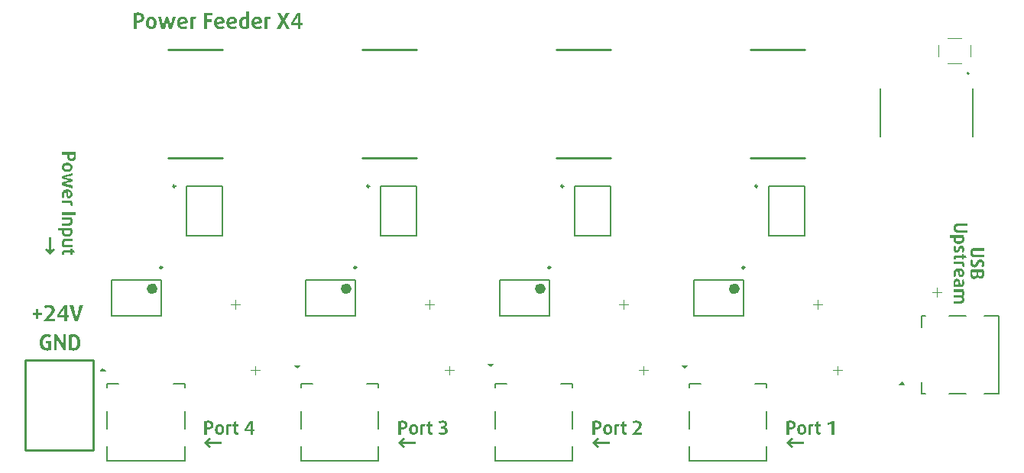
<source format=gto>
G04*
G04 #@! TF.GenerationSoftware,Altium Limited,Altium Designer,23.4.1 (23)*
G04*
G04 Layer_Color=65535*
%FSLAX44Y44*%
%MOMM*%
G71*
G04*
G04 #@! TF.SameCoordinates,7B88B1EF-FA2A-4097-AC05-1536201C5E71*
G04*
G04*
G04 #@! TF.FilePolarity,Positive*
G04*
G01*
G75*
%ADD40C,0.2540*%
%ADD69C,0.2500*%
%ADD70C,0.6000*%
%ADD71C,0.2000*%
%ADD72C,0.1000*%
%ADD73C,0.1270*%
G36*
X187375Y258577D02*
X190327Y255625D01*
X190327Y255529D01*
X184425D01*
X187375Y258577D01*
D02*
G37*
G36*
X402515Y258612D02*
X399563Y261565D01*
Y261660D01*
X405465D01*
X402515Y258612D01*
D02*
G37*
G36*
X616891Y260137D02*
X613939Y263088D01*
Y263185D01*
X619841D01*
X616891Y260137D01*
D02*
G37*
G36*
X832029Y258358D02*
X829077Y261311D01*
Y261406D01*
X834979D01*
X832029Y258358D01*
D02*
G37*
G36*
X1072579Y243621D02*
X1075531Y240669D01*
X1075531Y240573D01*
X1069629D01*
X1072579Y243621D01*
D02*
G37*
G36*
X349700Y635696D02*
X349670Y635667D01*
X349554Y635638D01*
X349408Y635551D01*
X349175Y635463D01*
X348883Y635376D01*
X348533Y635259D01*
X348154Y635172D01*
X347687Y635055D01*
X347629D01*
X347454Y634996D01*
X347192Y634967D01*
X346871Y634909D01*
X346434Y634851D01*
X345967Y634822D01*
X345442Y634763D01*
X344567D01*
X344363Y634792D01*
X344101Y634822D01*
X343780Y634851D01*
X343430Y634909D01*
X343080Y634996D01*
X342293Y635201D01*
X341885Y635346D01*
X341477Y635521D01*
X341068Y635726D01*
X340689Y635959D01*
X340310Y636221D01*
X339989Y636542D01*
X339960Y636571D01*
X339931Y636629D01*
X339844Y636717D01*
X339727Y636863D01*
X339610Y637067D01*
X339465Y637271D01*
X339319Y637533D01*
X339173Y637825D01*
X338998Y638175D01*
X338852Y638554D01*
X338706Y638962D01*
X338590Y639400D01*
X338473Y639866D01*
X338386Y640391D01*
X338357Y640945D01*
X338327Y641528D01*
Y641557D01*
Y641587D01*
Y641674D01*
Y641791D01*
X338357Y642082D01*
X338386Y642432D01*
X338415Y642869D01*
X338502Y643336D01*
X338590Y643832D01*
X338706Y644298D01*
Y644327D01*
X338736Y644357D01*
X338765Y644502D01*
X338881Y644736D01*
X338998Y645027D01*
X339173Y645377D01*
X339348Y645727D01*
X339610Y646077D01*
X339873Y646427D01*
X339902Y646456D01*
X340019Y646573D01*
X340194Y646748D01*
X340398Y646952D01*
X340689Y647156D01*
X341010Y647389D01*
X341389Y647623D01*
X341797Y647827D01*
X341856Y647856D01*
X342001Y647914D01*
X342235Y647972D01*
X342585Y648089D01*
X342964Y648176D01*
X343430Y648235D01*
X343926Y648293D01*
X344480Y648322D01*
X344801D01*
X345121Y648293D01*
X345500Y648235D01*
X345588D01*
X345676Y648206D01*
X345792D01*
X346084Y648147D01*
X346346Y648060D01*
Y654212D01*
X349700D01*
Y635696D01*
D02*
G37*
G36*
X389560Y644182D02*
X394663Y635055D01*
X390872D01*
X387548Y641470D01*
X387519D01*
X384166Y635055D01*
X380375D01*
X385478Y644182D01*
X380754Y652696D01*
X384515D01*
X387519Y646923D01*
X387548D01*
X390522Y652696D01*
X394284D01*
X389560Y644182D01*
D02*
G37*
G36*
X372473Y648468D02*
X372794Y648439D01*
X372881D01*
X373056Y648410D01*
X373289D01*
X373552Y648381D01*
X372939Y645611D01*
X372910D01*
X372823Y645640D01*
X372706Y645669D01*
X372502Y645727D01*
X372298Y645756D01*
X372035Y645785D01*
X371773Y645815D01*
X371161D01*
X370869Y645785D01*
X370548Y645727D01*
X370490D01*
X370286Y645669D01*
X370053Y645611D01*
X369790Y645523D01*
Y635055D01*
X366495D01*
Y647535D01*
X366553Y647564D01*
X366670Y647593D01*
X366903Y647681D01*
X367166Y647768D01*
X367516Y647885D01*
X367924Y648001D01*
X368361Y648089D01*
X368857Y648206D01*
X368915D01*
X369090Y648264D01*
X369382Y648293D01*
X369761Y648352D01*
X370198Y648410D01*
X370694Y648439D01*
X371277Y648497D01*
X372152D01*
X372473Y648468D01*
D02*
G37*
G36*
X290069D02*
X290390Y648439D01*
X290477D01*
X290652Y648410D01*
X290885D01*
X291148Y648381D01*
X290535Y645611D01*
X290506D01*
X290419Y645640D01*
X290302Y645669D01*
X290098Y645727D01*
X289894Y645756D01*
X289632Y645785D01*
X289369Y645815D01*
X288757D01*
X288465Y645785D01*
X288144Y645727D01*
X288086D01*
X287882Y645669D01*
X287649Y645611D01*
X287386Y645523D01*
Y635055D01*
X284091D01*
Y647535D01*
X284150Y647564D01*
X284266Y647593D01*
X284499Y647681D01*
X284762Y647768D01*
X285112Y647885D01*
X285520Y648001D01*
X285957Y648089D01*
X286453Y648206D01*
X286511D01*
X286686Y648264D01*
X286978Y648293D01*
X287357Y648352D01*
X287794Y648410D01*
X288290Y648439D01*
X288873Y648497D01*
X289748D01*
X290069Y648468D01*
D02*
G37*
G36*
X227173Y652988D02*
X227435Y652959D01*
X227756Y652929D01*
X228106Y652900D01*
X228485Y652813D01*
X229301Y652638D01*
X230147Y652375D01*
X230555Y652200D01*
X230934Y651996D01*
X231313Y651734D01*
X231663Y651471D01*
X231692Y651442D01*
X231751Y651413D01*
X231838Y651326D01*
X231925Y651180D01*
X232071Y651034D01*
X232217Y650859D01*
X232363Y650626D01*
X232538Y650363D01*
X232713Y650101D01*
X232859Y649780D01*
X233150Y649080D01*
X233238Y648672D01*
X233325Y648264D01*
X233383Y647797D01*
X233413Y647331D01*
Y647272D01*
Y647127D01*
X233383Y646893D01*
X233354Y646602D01*
X233296Y646252D01*
X233238Y645902D01*
X233121Y645494D01*
X232975Y645115D01*
X232946Y645056D01*
X232888Y644940D01*
X232800Y644765D01*
X232654Y644502D01*
X232450Y644240D01*
X232246Y643948D01*
X231984Y643628D01*
X231663Y643336D01*
X231634Y643307D01*
X231517Y643219D01*
X231313Y643074D01*
X231080Y642928D01*
X230759Y642753D01*
X230380Y642549D01*
X229972Y642374D01*
X229505Y642199D01*
X229447Y642170D01*
X229272Y642141D01*
X229009Y642082D01*
X228660Y641995D01*
X228222Y641907D01*
X227697Y641849D01*
X227114Y641820D01*
X226502Y641791D01*
X225948D01*
X225598Y641820D01*
X225540D01*
X225336Y641849D01*
X225102Y641878D01*
X224869Y641907D01*
Y635055D01*
X221516D01*
Y652055D01*
X221574Y652084D01*
X221691Y652142D01*
X221895Y652200D01*
X222186Y652317D01*
X222536Y652405D01*
X222915Y652521D01*
X223353Y652638D01*
X223819Y652755D01*
X223878D01*
X224053Y652784D01*
X224315Y652842D01*
X224665Y652900D01*
X225073Y652929D01*
X225540Y652988D01*
X226064Y653017D01*
X226939D01*
X227173Y652988D01*
D02*
G37*
G36*
X264380Y635055D02*
X260939D01*
X258898Y642520D01*
Y642549D01*
X258869Y642636D01*
X258839Y642782D01*
X258781Y642928D01*
X258694Y643336D01*
X258606Y643773D01*
Y643803D01*
Y643861D01*
X258577Y643948D01*
Y644065D01*
X258548Y644327D01*
Y644415D01*
Y644502D01*
X258489D01*
Y644444D01*
X258460Y644298D01*
X258402Y644036D01*
X258344Y643686D01*
Y643657D01*
X258314Y643598D01*
Y643482D01*
X258285Y643336D01*
X258256Y643161D01*
X258198Y642986D01*
X258081Y642520D01*
X256069Y635055D01*
X252628D01*
X248809Y648206D01*
X252133D01*
X254028Y640128D01*
Y640099D01*
X254057Y640012D01*
X254086Y639895D01*
X254116Y639749D01*
X254145Y639545D01*
X254203Y639341D01*
X254261Y638845D01*
Y638816D01*
X254291Y638729D01*
Y638612D01*
X254320Y638496D01*
X254349Y638204D01*
Y638087D01*
Y638000D01*
X254407D01*
Y638029D01*
X254436Y638175D01*
X254466Y638262D01*
X254495Y638408D01*
X254524Y638583D01*
X254553Y638787D01*
Y638816D01*
X254582Y638904D01*
Y639021D01*
X254611Y639195D01*
X254670Y639370D01*
X254728Y639604D01*
X254845Y640128D01*
X256973Y648206D01*
X260035D01*
X262134Y640128D01*
Y640099D01*
X262164Y640012D01*
X262193Y639866D01*
X262251Y639691D01*
X262339Y639254D01*
X262426Y638787D01*
Y638758D01*
X262455Y638700D01*
Y638583D01*
X262484Y638466D01*
X262543Y638204D01*
X262572Y638087D01*
X262601Y638000D01*
X262630D01*
Y638029D01*
X262659Y638175D01*
Y638262D01*
X262688Y638408D01*
Y638583D01*
X262718Y638787D01*
Y638816D01*
X262747Y638904D01*
Y639021D01*
X262776Y639195D01*
X262834Y639370D01*
X262863Y639604D01*
X262980Y640128D01*
X264846Y648206D01*
X268200D01*
X264380Y635055D01*
D02*
G37*
G36*
X406735Y641791D02*
X408484D01*
Y639400D01*
X406735D01*
Y635055D01*
X403644D01*
Y639400D01*
X395742D01*
Y641791D01*
X403090Y652696D01*
X406735D01*
Y641791D01*
D02*
G37*
G36*
X308702Y649839D02*
X302782D01*
Y645406D01*
X308148D01*
Y642578D01*
X302782D01*
Y635055D01*
X299429D01*
Y652696D01*
X308702D01*
Y649839D01*
D02*
G37*
G36*
X358797Y648468D02*
X359118Y648439D01*
X359497Y648381D01*
X359905Y648322D01*
X360313Y648206D01*
X360722Y648060D01*
X360780Y648031D01*
X360897Y647972D01*
X361101Y647885D01*
X361334Y647739D01*
X361626Y647564D01*
X361917Y647360D01*
X362209Y647127D01*
X362471Y646835D01*
X362500Y646806D01*
X362588Y646689D01*
X362734Y646514D01*
X362879Y646310D01*
X363054Y646019D01*
X363259Y645698D01*
X363433Y645348D01*
X363579Y644940D01*
X363608Y644882D01*
X363638Y644765D01*
X363696Y644532D01*
X363783Y644240D01*
X363842Y643890D01*
X363900Y643453D01*
X363929Y643015D01*
X363958Y642520D01*
Y641936D01*
Y641878D01*
Y641761D01*
X363929Y641587D01*
X363900Y641382D01*
X355444Y640245D01*
Y640216D01*
Y640187D01*
X355502Y640012D01*
X355560Y639749D01*
X355677Y639429D01*
X355852Y639079D01*
X356056Y638700D01*
X356319Y638350D01*
X356639Y638058D01*
X356698Y638029D01*
X356814Y637942D01*
X357018Y637825D01*
X357310Y637708D01*
X357660Y637592D01*
X358068Y637475D01*
X358564Y637388D01*
X359089Y637358D01*
X359468D01*
X359701Y637388D01*
X359993Y637417D01*
X360343Y637446D01*
X361042Y637592D01*
X361101D01*
X361217Y637621D01*
X361392Y637679D01*
X361626Y637767D01*
X361888Y637825D01*
X362180Y637942D01*
X362734Y638175D01*
X363696Y635696D01*
X363667Y635667D01*
X363550Y635638D01*
X363375Y635551D01*
X363113Y635463D01*
X362792Y635346D01*
X362442Y635230D01*
X362034Y635142D01*
X361567Y635026D01*
X361509D01*
X361334Y634996D01*
X361072Y634938D01*
X360751Y634909D01*
X360343Y634851D01*
X359876Y634792D01*
X359351Y634763D01*
X358564D01*
X358243Y634792D01*
X357864Y634822D01*
X357397Y634880D01*
X356931Y634967D01*
X356435Y635084D01*
X355969Y635259D01*
X355910Y635288D01*
X355765Y635346D01*
X355531Y635463D01*
X355240Y635609D01*
X354919Y635813D01*
X354569Y636046D01*
X354219Y636338D01*
X353898Y636659D01*
X353869Y636688D01*
X353753Y636834D01*
X353607Y637009D01*
X353432Y637271D01*
X353228Y637592D01*
X352994Y637971D01*
X352790Y638379D01*
X352615Y638846D01*
Y638875D01*
X352586Y638904D01*
X352557Y639079D01*
X352499Y639341D01*
X352411Y639662D01*
X352324Y640099D01*
X352266Y640566D01*
X352236Y641062D01*
X352207Y641616D01*
Y641645D01*
Y641674D01*
Y641761D01*
Y641878D01*
X352236Y642170D01*
X352266Y642520D01*
X352295Y642957D01*
X352382Y643424D01*
X352470Y643919D01*
X352615Y644386D01*
Y644415D01*
X352645Y644444D01*
X352703Y644590D01*
X352790Y644852D01*
X352907Y645144D01*
X353082Y645494D01*
X353286Y645844D01*
X353549Y646223D01*
X353811Y646573D01*
X353840Y646602D01*
X353957Y646719D01*
X354132Y646893D01*
X354336Y647098D01*
X354627Y647302D01*
X354948Y647535D01*
X355327Y647768D01*
X355735Y647972D01*
X355794Y648001D01*
X355939Y648060D01*
X356173Y648147D01*
X356493Y648235D01*
X356873Y648322D01*
X357310Y648410D01*
X357777Y648468D01*
X358301Y648497D01*
X358535D01*
X358797Y648468D01*
D02*
G37*
G36*
X331096D02*
X331417Y648439D01*
X331796Y648381D01*
X332204Y648322D01*
X332612Y648206D01*
X333020Y648060D01*
X333079Y648031D01*
X333195Y647972D01*
X333400Y647885D01*
X333633Y647739D01*
X333924Y647564D01*
X334216Y647360D01*
X334507Y647127D01*
X334770Y646835D01*
X334799Y646806D01*
X334887Y646689D01*
X335032Y646514D01*
X335178Y646310D01*
X335353Y646019D01*
X335557Y645698D01*
X335732Y645348D01*
X335878Y644940D01*
X335907Y644882D01*
X335936Y644765D01*
X335995Y644532D01*
X336082Y644240D01*
X336140Y643890D01*
X336199Y643453D01*
X336228Y643015D01*
X336257Y642520D01*
Y641936D01*
Y641878D01*
Y641761D01*
X336228Y641587D01*
X336199Y641382D01*
X327743Y640245D01*
Y640216D01*
Y640187D01*
X327801Y640012D01*
X327859Y639749D01*
X327976Y639429D01*
X328151Y639079D01*
X328355Y638700D01*
X328617Y638350D01*
X328938Y638058D01*
X328996Y638029D01*
X329113Y637942D01*
X329317Y637825D01*
X329609Y637708D01*
X329959Y637592D01*
X330367Y637475D01*
X330863Y637388D01*
X331387Y637358D01*
X331767D01*
X332000Y637388D01*
X332291Y637417D01*
X332641Y637446D01*
X333341Y637592D01*
X333400D01*
X333516Y637621D01*
X333691Y637679D01*
X333924Y637767D01*
X334187Y637825D01*
X334478Y637942D01*
X335032Y638175D01*
X335995Y635696D01*
X335965Y635667D01*
X335849Y635638D01*
X335674Y635551D01*
X335411Y635463D01*
X335091Y635346D01*
X334741Y635230D01*
X334333Y635142D01*
X333866Y635026D01*
X333808D01*
X333633Y634996D01*
X333370Y634938D01*
X333050Y634909D01*
X332641Y634851D01*
X332175Y634792D01*
X331650Y634763D01*
X330863D01*
X330542Y634792D01*
X330163Y634822D01*
X329696Y634880D01*
X329230Y634967D01*
X328734Y635084D01*
X328267Y635259D01*
X328209Y635288D01*
X328063Y635346D01*
X327830Y635463D01*
X327538Y635609D01*
X327218Y635813D01*
X326868Y636046D01*
X326518Y636338D01*
X326197Y636659D01*
X326168Y636688D01*
X326051Y636834D01*
X325905Y637009D01*
X325731Y637271D01*
X325527Y637592D01*
X325293Y637971D01*
X325089Y638379D01*
X324914Y638846D01*
Y638875D01*
X324885Y638904D01*
X324856Y639079D01*
X324798Y639341D01*
X324710Y639662D01*
X324622Y640099D01*
X324564Y640566D01*
X324535Y641062D01*
X324506Y641616D01*
Y641645D01*
Y641674D01*
Y641761D01*
Y641878D01*
X324535Y642170D01*
X324564Y642520D01*
X324593Y642957D01*
X324681Y643424D01*
X324768Y643919D01*
X324914Y644386D01*
Y644415D01*
X324943Y644444D01*
X325002Y644590D01*
X325089Y644852D01*
X325206Y645144D01*
X325381Y645494D01*
X325585Y645844D01*
X325847Y646223D01*
X326110Y646573D01*
X326139Y646602D01*
X326255Y646719D01*
X326430Y646893D01*
X326634Y647098D01*
X326926Y647302D01*
X327247Y647535D01*
X327626Y647768D01*
X328034Y647972D01*
X328092Y648001D01*
X328238Y648060D01*
X328472Y648147D01*
X328792Y648235D01*
X329171Y648322D01*
X329609Y648410D01*
X330075Y648468D01*
X330600Y648497D01*
X330834D01*
X331096Y648468D01*
D02*
G37*
G36*
X317274D02*
X317595Y648439D01*
X317974Y648381D01*
X318382Y648322D01*
X318791Y648206D01*
X319199Y648060D01*
X319257Y648031D01*
X319374Y647972D01*
X319578Y647885D01*
X319811Y647739D01*
X320103Y647564D01*
X320395Y647360D01*
X320686Y647127D01*
X320948Y646835D01*
X320978Y646806D01*
X321065Y646689D01*
X321211Y646514D01*
X321357Y646310D01*
X321532Y646019D01*
X321736Y645698D01*
X321911Y645348D01*
X322057Y644940D01*
X322086Y644882D01*
X322115Y644765D01*
X322173Y644532D01*
X322261Y644240D01*
X322319Y643890D01*
X322377Y643453D01*
X322406Y643015D01*
X322436Y642520D01*
Y641936D01*
Y641878D01*
Y641761D01*
X322406Y641587D01*
X322377Y641382D01*
X313921Y640245D01*
Y640216D01*
Y640187D01*
X313979Y640012D01*
X314038Y639749D01*
X314154Y639429D01*
X314329Y639079D01*
X314534Y638700D01*
X314796Y638350D01*
X315117Y638058D01*
X315175Y638029D01*
X315292Y637942D01*
X315496Y637825D01*
X315787Y637708D01*
X316137Y637592D01*
X316545Y637475D01*
X317041Y637388D01*
X317566Y637358D01*
X317945D01*
X318178Y637388D01*
X318470Y637417D01*
X318820Y637446D01*
X319520Y637592D01*
X319578D01*
X319695Y637621D01*
X319870Y637679D01*
X320103Y637767D01*
X320365Y637825D01*
X320657Y637942D01*
X321211Y638175D01*
X322173Y635696D01*
X322144Y635667D01*
X322027Y635638D01*
X321852Y635551D01*
X321590Y635463D01*
X321269Y635346D01*
X320919Y635230D01*
X320511Y635142D01*
X320045Y635026D01*
X319986D01*
X319811Y634996D01*
X319549Y634938D01*
X319228Y634909D01*
X318820Y634851D01*
X318353Y634792D01*
X317828Y634763D01*
X317041D01*
X316720Y634792D01*
X316341Y634822D01*
X315875Y634880D01*
X315408Y634967D01*
X314912Y635084D01*
X314446Y635259D01*
X314388Y635288D01*
X314242Y635346D01*
X314009Y635463D01*
X313717Y635609D01*
X313396Y635813D01*
X313046Y636046D01*
X312696Y636338D01*
X312376Y636659D01*
X312346Y636688D01*
X312230Y636834D01*
X312084Y637009D01*
X311909Y637271D01*
X311705Y637592D01*
X311472Y637971D01*
X311268Y638379D01*
X311093Y638846D01*
Y638875D01*
X311063Y638904D01*
X311034Y639079D01*
X310976Y639341D01*
X310889Y639662D01*
X310801Y640099D01*
X310743Y640566D01*
X310714Y641062D01*
X310684Y641616D01*
Y641645D01*
Y641674D01*
Y641761D01*
Y641878D01*
X310714Y642170D01*
X310743Y642520D01*
X310772Y642957D01*
X310859Y643424D01*
X310947Y643919D01*
X311093Y644386D01*
Y644415D01*
X311122Y644444D01*
X311180Y644590D01*
X311268Y644852D01*
X311384Y645144D01*
X311559Y645494D01*
X311763Y645844D01*
X312026Y646223D01*
X312288Y646573D01*
X312317Y646602D01*
X312434Y646719D01*
X312609Y646893D01*
X312813Y647098D01*
X313105Y647302D01*
X313425Y647535D01*
X313804Y647768D01*
X314213Y647972D01*
X314271Y648001D01*
X314417Y648060D01*
X314650Y648147D01*
X314971Y648235D01*
X315350Y648322D01*
X315787Y648410D01*
X316254Y648468D01*
X316779Y648497D01*
X317012D01*
X317274Y648468D01*
D02*
G37*
G36*
X276393Y648468D02*
X276714Y648439D01*
X277093Y648381D01*
X277501Y648322D01*
X277910Y648206D01*
X278318Y648060D01*
X278376Y648031D01*
X278493Y647972D01*
X278697Y647885D01*
X278930Y647739D01*
X279222Y647564D01*
X279513Y647360D01*
X279805Y647127D01*
X280067Y646835D01*
X280096Y646806D01*
X280184Y646689D01*
X280330Y646514D01*
X280476Y646310D01*
X280651Y646019D01*
X280855Y645698D01*
X281029Y645348D01*
X281175Y644940D01*
X281204Y644882D01*
X281234Y644765D01*
X281292Y644532D01*
X281379Y644240D01*
X281438Y643890D01*
X281496Y643453D01*
X281525Y643015D01*
X281554Y642520D01*
Y641936D01*
Y641878D01*
Y641761D01*
X281525Y641587D01*
X281496Y641382D01*
X273040Y640245D01*
Y640216D01*
Y640187D01*
X273098Y640012D01*
X273157Y639749D01*
X273273Y639429D01*
X273448Y639079D01*
X273652Y638700D01*
X273915Y638350D01*
X274235Y638058D01*
X274294Y638029D01*
X274410Y637942D01*
X274615Y637825D01*
X274906Y637708D01*
X275256Y637592D01*
X275664Y637475D01*
X276160Y637388D01*
X276685Y637358D01*
X277064D01*
X277297Y637388D01*
X277589Y637417D01*
X277939Y637446D01*
X278638Y637592D01*
X278697D01*
X278813Y637621D01*
X278988Y637679D01*
X279222Y637767D01*
X279484Y637825D01*
X279776Y637942D01*
X280330Y638175D01*
X281292Y635696D01*
X281263Y635667D01*
X281146Y635638D01*
X280971Y635550D01*
X280709Y635463D01*
X280388Y635346D01*
X280038Y635230D01*
X279630Y635142D01*
X279163Y635026D01*
X279105D01*
X278930Y634996D01*
X278668Y634938D01*
X278347Y634909D01*
X277939Y634851D01*
X277472Y634792D01*
X276947Y634763D01*
X276160D01*
X275839Y634792D01*
X275460Y634822D01*
X274994Y634880D01*
X274527Y634967D01*
X274031Y635084D01*
X273565Y635259D01*
X273507Y635288D01*
X273361Y635346D01*
X273127Y635463D01*
X272836Y635609D01*
X272515Y635813D01*
X272165Y636046D01*
X271815Y636338D01*
X271495Y636659D01*
X271465Y636688D01*
X271349Y636833D01*
X271203Y637009D01*
X271028Y637271D01*
X270824Y637592D01*
X270590Y637971D01*
X270386Y638379D01*
X270212Y638845D01*
Y638875D01*
X270182Y638904D01*
X270153Y639079D01*
X270095Y639341D01*
X270007Y639662D01*
X269920Y640099D01*
X269862Y640566D01*
X269832Y641062D01*
X269803Y641616D01*
Y641645D01*
Y641674D01*
Y641761D01*
Y641878D01*
X269832Y642170D01*
X269862Y642520D01*
X269891Y642957D01*
X269978Y643423D01*
X270066Y643919D01*
X270212Y644386D01*
Y644415D01*
X270241Y644444D01*
X270299Y644590D01*
X270386Y644852D01*
X270503Y645144D01*
X270678Y645494D01*
X270882Y645844D01*
X271145Y646223D01*
X271407Y646573D01*
X271436Y646602D01*
X271553Y646719D01*
X271728Y646893D01*
X271932Y647098D01*
X272223Y647302D01*
X272544Y647535D01*
X272923Y647768D01*
X273332Y647972D01*
X273390Y648001D01*
X273536Y648060D01*
X273769Y648147D01*
X274090Y648235D01*
X274469Y648322D01*
X274906Y648410D01*
X275373Y648468D01*
X275898Y648497D01*
X276131D01*
X276393Y648468D01*
D02*
G37*
G36*
X241752D02*
X242073Y648439D01*
X242481Y648381D01*
X242889Y648264D01*
X243327Y648147D01*
X243764Y647972D01*
X243822Y647943D01*
X243939Y647885D01*
X244143Y647768D01*
X244406Y647593D01*
X244697Y647389D01*
X245018Y647127D01*
X245339Y646835D01*
X245630Y646514D01*
X245659Y646485D01*
X245747Y646369D01*
X245893Y646164D01*
X246068Y645902D01*
X246243Y645581D01*
X246418Y645231D01*
X246622Y644823D01*
X246768Y644357D01*
X246797Y644298D01*
X246826Y644153D01*
X246884Y643890D01*
X246972Y643540D01*
X247059Y643132D01*
X247117Y642665D01*
X247146Y642170D01*
X247176Y641616D01*
Y641587D01*
Y641557D01*
Y641470D01*
Y641382D01*
X247146Y641091D01*
X247117Y640741D01*
X247088Y640303D01*
X247001Y639837D01*
X246913Y639370D01*
X246768Y638875D01*
X246738Y638816D01*
X246709Y638671D01*
X246622Y638437D01*
X246476Y638146D01*
X246330Y637796D01*
X246126Y637417D01*
X245893Y637038D01*
X245630Y636688D01*
X245601Y636659D01*
X245485Y636542D01*
X245339Y636367D01*
X245105Y636163D01*
X244843Y635930D01*
X244522Y635696D01*
X244172Y635463D01*
X243764Y635259D01*
X243706Y635230D01*
X243560Y635172D01*
X243327Y635113D01*
X243035Y635026D01*
X242656Y634909D01*
X242219Y634851D01*
X241752Y634792D01*
X241227Y634763D01*
X240994D01*
X240702Y634792D01*
X240382Y634822D01*
X239973Y634880D01*
X239536Y634967D01*
X239099Y635084D01*
X238661Y635259D01*
X238603Y635288D01*
X238486Y635346D01*
X238282Y635463D01*
X238020Y635638D01*
X237728Y635842D01*
X237407Y636075D01*
X237087Y636367D01*
X236795Y636688D01*
X236766Y636717D01*
X236678Y636863D01*
X236533Y637038D01*
X236358Y637300D01*
X236183Y637621D01*
X236008Y638000D01*
X235804Y638408D01*
X235658Y638875D01*
Y638904D01*
X235629Y638933D01*
X235599Y639108D01*
X235541Y639370D01*
X235483Y639691D01*
X235395Y640099D01*
X235337Y640566D01*
X235308Y641091D01*
X235279Y641616D01*
Y641645D01*
Y641674D01*
Y641761D01*
Y641878D01*
X235308Y642141D01*
X235337Y642520D01*
X235366Y642928D01*
X235454Y643394D01*
X235541Y643890D01*
X235658Y644357D01*
Y644386D01*
X235687Y644415D01*
X235716Y644561D01*
X235833Y644794D01*
X235949Y645086D01*
X236095Y645435D01*
X236299Y645785D01*
X236533Y646164D01*
X236795Y646514D01*
X236824Y646544D01*
X236941Y646660D01*
X237087Y646835D01*
X237320Y647039D01*
X237582Y647272D01*
X237903Y647535D01*
X238253Y647768D01*
X238661Y647972D01*
X238720Y648001D01*
X238865Y648060D01*
X239099Y648147D01*
X239419Y648235D01*
X239798Y648322D01*
X240236Y648410D01*
X240702Y648468D01*
X241227Y648497D01*
X241460D01*
X241752Y648468D01*
D02*
G37*
G36*
X544292Y196210D02*
X544567Y196185D01*
X544642D01*
X544792Y196160D01*
X544992D01*
X545217Y196135D01*
X544692Y193761D01*
X544667D01*
X544592Y193785D01*
X544492Y193811D01*
X544318Y193860D01*
X544142Y193885D01*
X543918Y193910D01*
X543693Y193935D01*
X543168D01*
X542918Y193910D01*
X542643Y193860D01*
X542593D01*
X542418Y193811D01*
X542218Y193761D01*
X541993Y193685D01*
Y184713D01*
X539169D01*
Y195410D01*
X539219Y195435D01*
X539319Y195460D01*
X539519Y195535D01*
X539744Y195610D01*
X540044Y195710D01*
X540393Y195810D01*
X540768Y195885D01*
X541193Y195985D01*
X541243D01*
X541393Y196035D01*
X541643Y196060D01*
X541968Y196110D01*
X542343Y196160D01*
X542768Y196185D01*
X543268Y196235D01*
X544018D01*
X544292Y196210D01*
D02*
G37*
G36*
X519849Y200084D02*
X520074Y200059D01*
X520349Y200034D01*
X520649Y200009D01*
X520974Y199934D01*
X521673Y199784D01*
X522398Y199559D01*
X522748Y199409D01*
X523073Y199234D01*
X523398Y199009D01*
X523698Y198784D01*
X523723Y198759D01*
X523773Y198734D01*
X523848Y198659D01*
X523923Y198534D01*
X524048Y198409D01*
X524173Y198259D01*
X524298Y198059D01*
X524448Y197834D01*
X524598Y197610D01*
X524723Y197335D01*
X524972Y196735D01*
X525047Y196385D01*
X525122Y196035D01*
X525172Y195635D01*
X525197Y195235D01*
Y195185D01*
Y195060D01*
X525172Y194860D01*
X525147Y194610D01*
X525097Y194310D01*
X525047Y194010D01*
X524948Y193661D01*
X524823Y193336D01*
X524798Y193286D01*
X524748Y193186D01*
X524673Y193036D01*
X524548Y192811D01*
X524373Y192586D01*
X524198Y192336D01*
X523973Y192061D01*
X523698Y191811D01*
X523673Y191786D01*
X523573Y191711D01*
X523398Y191586D01*
X523198Y191461D01*
X522923Y191311D01*
X522598Y191136D01*
X522248Y190986D01*
X521848Y190836D01*
X521798Y190811D01*
X521648Y190786D01*
X521423Y190736D01*
X521123Y190661D01*
X520748Y190586D01*
X520299Y190536D01*
X519799Y190511D01*
X519274Y190486D01*
X518799D01*
X518499Y190511D01*
X518449D01*
X518274Y190536D01*
X518074Y190561D01*
X517874Y190586D01*
Y184713D01*
X515000D01*
Y199284D01*
X515050Y199309D01*
X515150Y199359D01*
X515325Y199409D01*
X515575Y199509D01*
X515875Y199584D01*
X516200Y199684D01*
X516575Y199784D01*
X516974Y199884D01*
X517024D01*
X517174Y199909D01*
X517399Y199959D01*
X517699Y200009D01*
X518049Y200034D01*
X518449Y200084D01*
X518899Y200109D01*
X519649D01*
X519849Y200084D01*
D02*
G37*
G36*
X564637D02*
X564837D01*
X565087Y200059D01*
X565337Y200009D01*
X565612Y199984D01*
X566212Y199859D01*
X566812Y199659D01*
X567412Y199384D01*
X567662Y199234D01*
X567911Y199034D01*
X567937D01*
X567961Y198984D01*
X568111Y198834D01*
X568311Y198609D01*
X568536Y198284D01*
X568761Y197884D01*
X568936Y197409D01*
X569086Y196835D01*
X569111Y196535D01*
X569136Y196210D01*
Y196185D01*
Y196110D01*
Y196010D01*
X569111Y195860D01*
X569061Y195510D01*
X568936Y195110D01*
Y195085D01*
X568911Y195010D01*
X568861Y194910D01*
X568786Y194785D01*
X568611Y194485D01*
X568361Y194160D01*
X568336Y194135D01*
X568286Y194085D01*
X568211Y194010D01*
X568111Y193910D01*
X567836Y193661D01*
X567512Y193386D01*
X567487Y193361D01*
X567437Y193336D01*
X567337Y193261D01*
X567237Y193211D01*
X566912Y193036D01*
X566562Y192861D01*
Y192811D01*
X566587D01*
X566662Y192786D01*
X566787Y192736D01*
X566937Y192686D01*
X567112Y192611D01*
X567312Y192536D01*
X567711Y192311D01*
X567737Y192286D01*
X567812Y192261D01*
X567911Y192186D01*
X568036Y192111D01*
X568361Y191861D01*
X568686Y191536D01*
X568711Y191511D01*
X568761Y191461D01*
X568836Y191361D01*
X568936Y191236D01*
X569061Y191086D01*
X569161Y190886D01*
X569386Y190461D01*
X569411Y190436D01*
X569436Y190361D01*
X569486Y190211D01*
X569536Y190061D01*
X569586Y189837D01*
X569611Y189611D01*
X569661Y189337D01*
Y189062D01*
Y189012D01*
Y188887D01*
X569636Y188687D01*
X569611Y188437D01*
X569561Y188137D01*
X569486Y187812D01*
X569386Y187487D01*
X569261Y187162D01*
X569236Y187137D01*
X569186Y187012D01*
X569086Y186862D01*
X568961Y186662D01*
X568811Y186437D01*
X568611Y186187D01*
X568386Y185938D01*
X568111Y185713D01*
X568086Y185688D01*
X567986Y185613D01*
X567836Y185513D01*
X567612Y185363D01*
X567362Y185213D01*
X567037Y185063D01*
X566687Y184913D01*
X566312Y184788D01*
X566262Y184763D01*
X566112Y184738D01*
X565912Y184688D01*
X565612Y184638D01*
X565237Y184563D01*
X564837Y184513D01*
X564362Y184488D01*
X563862Y184463D01*
X563663D01*
X563413Y184488D01*
X563113D01*
X562763Y184513D01*
X562338Y184563D01*
X561913Y184613D01*
X561463Y184688D01*
X561413D01*
X561263Y184738D01*
X561038Y184763D01*
X560738Y184838D01*
X560413Y184913D01*
X560064Y185013D01*
X559689Y185138D01*
X559339Y185263D01*
X560238Y187487D01*
X560263D01*
X560363Y187437D01*
X560513Y187387D01*
X560688Y187312D01*
X560938Y187237D01*
X561213Y187162D01*
X561513Y187087D01*
X561863Y187012D01*
X561913D01*
X562038Y186987D01*
X562213Y186962D01*
X562463Y186937D01*
X562763Y186912D01*
X563088Y186887D01*
X563438Y186862D01*
X564038D01*
X564287Y186887D01*
X564587Y186937D01*
X564937Y187012D01*
X565287Y187112D01*
X565637Y187262D01*
X565937Y187462D01*
X565962Y187487D01*
X566062Y187562D01*
X566187Y187712D01*
X566337Y187887D01*
X566462Y188112D01*
X566587Y188387D01*
X566687Y188712D01*
X566712Y189062D01*
Y189087D01*
Y189162D01*
X566687Y189287D01*
X566662Y189412D01*
X566587Y189762D01*
X566487Y189937D01*
X566387Y190111D01*
X566362Y190136D01*
X566337Y190186D01*
X566262Y190261D01*
X566162Y190361D01*
X566037Y190486D01*
X565862Y190611D01*
X565687Y190736D01*
X565487Y190836D01*
X565462Y190861D01*
X565387Y190886D01*
X565262Y190936D01*
X565112Y191011D01*
X564912Y191086D01*
X564687Y191161D01*
X564412Y191236D01*
X564137Y191286D01*
X564112D01*
X564012Y191311D01*
X563838Y191336D01*
X563638Y191386D01*
X563388Y191411D01*
X563113Y191436D01*
X562788Y191461D01*
X562213D01*
Y193561D01*
X562363D01*
X562538Y193585D01*
X562763Y193610D01*
X563038Y193636D01*
X563313Y193685D01*
X563887Y193811D01*
X563913D01*
X564012Y193836D01*
X564162Y193885D01*
X564337Y193960D01*
X564737Y194110D01*
X565162Y194335D01*
X565187Y194360D01*
X565237Y194385D01*
X565337Y194460D01*
X565462Y194560D01*
X565712Y194785D01*
X565962Y195060D01*
X565987Y195085D01*
X566012Y195135D01*
X566062Y195210D01*
X566112Y195335D01*
X566212Y195635D01*
X566262Y195810D01*
Y195985D01*
Y196010D01*
Y196110D01*
X566237Y196260D01*
X566187Y196460D01*
X566112Y196660D01*
X565987Y196860D01*
X565837Y197085D01*
X565637Y197260D01*
X565612Y197285D01*
X565512Y197335D01*
X565387Y197409D01*
X565187Y197509D01*
X564912Y197584D01*
X564612Y197659D01*
X564262Y197710D01*
X563838Y197735D01*
X563538D01*
X563338Y197710D01*
X563088Y197684D01*
X562788Y197659D01*
X562163Y197535D01*
X562113D01*
X562013Y197509D01*
X561838Y197460D01*
X561638Y197409D01*
X561388Y197335D01*
X561113Y197260D01*
X560538Y197060D01*
X559714Y199284D01*
X559763Y199309D01*
X559888Y199359D01*
X560089Y199434D01*
X560338Y199509D01*
X560638Y199609D01*
X561013Y199709D01*
X561413Y199809D01*
X561838Y199884D01*
X561888D01*
X562038Y199909D01*
X562263Y199959D01*
X562588Y200009D01*
X562938Y200034D01*
X563338Y200084D01*
X563787Y200109D01*
X564462D01*
X564637Y200084D01*
D02*
G37*
G36*
X550541Y195985D02*
X552640D01*
Y193836D01*
X550541D01*
Y188287D01*
Y188262D01*
Y188162D01*
X550566Y188062D01*
X550591Y187912D01*
X550641Y187737D01*
X550691Y187587D01*
X550791Y187437D01*
X550916Y187312D01*
X550941D01*
X550991Y187262D01*
X551066Y187237D01*
X551166Y187187D01*
X551316Y187137D01*
X551466Y187087D01*
X551641Y187062D01*
X551841Y187037D01*
X551991D01*
X552116Y187062D01*
X552290Y187087D01*
X552340D01*
X552415Y187112D01*
X552540Y187162D01*
X552640Y187212D01*
Y184838D01*
X552590Y184813D01*
X552465Y184763D01*
X552240Y184713D01*
X551916Y184638D01*
X551841D01*
X551741Y184613D01*
X551616D01*
X551316Y184588D01*
X550941Y184563D01*
X550791D01*
X550666Y184588D01*
X550391Y184613D01*
X550016Y184663D01*
X549616Y184788D01*
X549216Y184938D01*
X548841Y185138D01*
X548516Y185438D01*
X548491Y185488D01*
X548391Y185613D01*
X548266Y185812D01*
X548142Y186087D01*
X547992Y186462D01*
X547867Y186937D01*
X547767Y187462D01*
X547742Y188087D01*
Y193836D01*
X546292D01*
Y195985D01*
X547742D01*
Y198484D01*
X550541Y199309D01*
Y195985D01*
D02*
G37*
G36*
X532346Y196210D02*
X532621Y196185D01*
X532970Y196135D01*
X533320Y196035D01*
X533695Y195935D01*
X534070Y195785D01*
X534120Y195760D01*
X534220Y195710D01*
X534395Y195610D01*
X534620Y195460D01*
X534870Y195285D01*
X535145Y195060D01*
X535420Y194810D01*
X535670Y194535D01*
X535695Y194510D01*
X535770Y194410D01*
X535895Y194235D01*
X536045Y194010D01*
X536195Y193736D01*
X536344Y193436D01*
X536520Y193086D01*
X536645Y192686D01*
X536670Y192636D01*
X536694Y192511D01*
X536744Y192286D01*
X536819Y191986D01*
X536894Y191636D01*
X536944Y191236D01*
X536969Y190811D01*
X536994Y190336D01*
Y190311D01*
Y190286D01*
Y190211D01*
Y190136D01*
X536969Y189886D01*
X536944Y189587D01*
X536919Y189212D01*
X536844Y188812D01*
X536769Y188412D01*
X536645Y187987D01*
X536619Y187937D01*
X536595Y187812D01*
X536520Y187612D01*
X536395Y187362D01*
X536270Y187062D01*
X536095Y186737D01*
X535895Y186412D01*
X535670Y186112D01*
X535645Y186087D01*
X535545Y185987D01*
X535420Y185837D01*
X535220Y185662D01*
X534995Y185463D01*
X534720Y185263D01*
X534420Y185063D01*
X534070Y184888D01*
X534020Y184863D01*
X533895Y184813D01*
X533695Y184763D01*
X533445Y184688D01*
X533120Y184588D01*
X532746Y184538D01*
X532346Y184488D01*
X531896Y184463D01*
X531696D01*
X531446Y184488D01*
X531171Y184513D01*
X530821Y184563D01*
X530446Y184638D01*
X530071Y184738D01*
X529696Y184888D01*
X529646Y184913D01*
X529546Y184963D01*
X529371Y185063D01*
X529146Y185213D01*
X528896Y185388D01*
X528621Y185588D01*
X528347Y185837D01*
X528097Y186112D01*
X528072Y186137D01*
X527997Y186262D01*
X527872Y186412D01*
X527722Y186637D01*
X527572Y186912D01*
X527422Y187237D01*
X527247Y187587D01*
X527122Y187987D01*
Y188012D01*
X527097Y188037D01*
X527072Y188187D01*
X527022Y188412D01*
X526972Y188687D01*
X526897Y189037D01*
X526847Y189437D01*
X526822Y189886D01*
X526797Y190336D01*
Y190361D01*
Y190386D01*
Y190461D01*
Y190561D01*
X526822Y190786D01*
X526847Y191111D01*
X526872Y191461D01*
X526947Y191861D01*
X527022Y192286D01*
X527122Y192686D01*
Y192711D01*
X527147Y192736D01*
X527172Y192861D01*
X527272Y193061D01*
X527372Y193311D01*
X527497Y193610D01*
X527672Y193910D01*
X527872Y194235D01*
X528097Y194535D01*
X528122Y194560D01*
X528222Y194660D01*
X528347Y194810D01*
X528546Y194985D01*
X528772Y195185D01*
X529046Y195410D01*
X529346Y195610D01*
X529696Y195785D01*
X529746Y195810D01*
X529871Y195860D01*
X530071Y195935D01*
X530346Y196010D01*
X530671Y196085D01*
X531046Y196160D01*
X531446Y196210D01*
X531896Y196235D01*
X532096D01*
X532346Y196210D01*
D02*
G37*
G36*
X522448Y179764D02*
X519124Y176765D01*
X533895D01*
Y174540D01*
X519124D01*
X522448Y171541D01*
X520774Y169867D01*
X514975Y175665D01*
X520774Y181439D01*
X522448Y179764D01*
D02*
G37*
G36*
X126681Y296085D02*
X127060Y296056D01*
X127498Y295998D01*
X128373Y295823D01*
X128431D01*
X128577Y295765D01*
X128781Y295706D01*
X129072Y295648D01*
X129364Y295532D01*
X129685Y295444D01*
X129976Y295298D01*
X130268Y295152D01*
X129189Y292470D01*
X129160D01*
X129102Y292528D01*
X128985Y292586D01*
X128839Y292645D01*
X128635Y292732D01*
X128402Y292791D01*
X128139Y292878D01*
X127848Y292966D01*
X127819D01*
X127702Y292995D01*
X127527Y293024D01*
X127323Y293082D01*
X127031Y293111D01*
X126711Y293140D01*
X126361Y293170D01*
X125807D01*
X125603Y293140D01*
X125340Y293111D01*
X125048Y293082D01*
X124698Y293024D01*
X124349Y292907D01*
X123999Y292791D01*
X123970Y292761D01*
X123853Y292732D01*
X123678Y292645D01*
X123474Y292528D01*
X123211Y292353D01*
X122949Y292178D01*
X122687Y291916D01*
X122424Y291653D01*
X122395Y291624D01*
X122308Y291507D01*
X122191Y291362D01*
X122045Y291129D01*
X121870Y290837D01*
X121695Y290516D01*
X121520Y290137D01*
X121345Y289729D01*
X121316Y289671D01*
X121287Y289525D01*
X121229Y289291D01*
X121170Y288971D01*
X121083Y288562D01*
X121025Y288096D01*
X120995Y287571D01*
X120966Y286988D01*
Y286959D01*
Y286929D01*
Y286842D01*
Y286725D01*
X120995Y286434D01*
X121025Y286055D01*
X121054Y285617D01*
X121112Y285180D01*
X121199Y284713D01*
X121316Y284247D01*
X121345Y284189D01*
X121374Y284043D01*
X121462Y283839D01*
X121579Y283576D01*
X121695Y283256D01*
X121870Y282935D01*
X122074Y282614D01*
X122278Y282293D01*
X122308Y282264D01*
X122395Y282177D01*
X122512Y282031D01*
X122687Y281856D01*
X122891Y281652D01*
X123124Y281477D01*
X123386Y281273D01*
X123678Y281127D01*
X123707Y281098D01*
X123824Y281068D01*
X123970Y281010D01*
X124174Y280952D01*
X124436Y280864D01*
X124698Y280806D01*
X124990Y280777D01*
X125311Y280748D01*
X125690D01*
X126069Y280777D01*
X126448Y280806D01*
X126477D01*
X126536Y280835D01*
X126740Y280864D01*
X126973Y280923D01*
X127177Y281010D01*
Y285938D01*
X124494D01*
Y288562D01*
X130414D01*
Y278794D01*
X130385Y278765D01*
X130297Y278736D01*
X130122Y278648D01*
X129918Y278561D01*
X129626Y278473D01*
X129277Y278357D01*
X128897Y278269D01*
X128431Y278153D01*
X128373D01*
X128198Y278094D01*
X127935Y278065D01*
X127585Y278007D01*
X127177Y277948D01*
X126681Y277919D01*
X126127Y277861D01*
X125223D01*
X125078Y277890D01*
X124874D01*
X124436Y277948D01*
X123940Y278007D01*
X123357Y278123D01*
X122803Y278269D01*
X122220Y278473D01*
X122191D01*
X122162Y278503D01*
X122074Y278532D01*
X121987Y278590D01*
X121695Y278736D01*
X121345Y278940D01*
X120937Y279202D01*
X120529Y279523D01*
X120091Y279902D01*
X119683Y280310D01*
X119625Y280369D01*
X119508Y280515D01*
X119333Y280777D01*
X119100Y281127D01*
X118837Y281535D01*
X118575Y282031D01*
X118313Y282585D01*
X118079Y283197D01*
Y283226D01*
X118050Y283285D01*
X118021Y283372D01*
X117992Y283489D01*
X117963Y283664D01*
X117904Y283839D01*
X117817Y284305D01*
X117700Y284859D01*
X117613Y285501D01*
X117555Y286230D01*
X117525Y286988D01*
Y287017D01*
Y287075D01*
Y287192D01*
Y287338D01*
X117555Y287513D01*
Y287746D01*
X117613Y288242D01*
X117671Y288825D01*
X117759Y289437D01*
X117904Y290108D01*
X118109Y290749D01*
Y290779D01*
X118138Y290837D01*
X118167Y290924D01*
X118225Y291041D01*
X118371Y291362D01*
X118546Y291741D01*
X118779Y292207D01*
X119071Y292674D01*
X119421Y293170D01*
X119800Y293636D01*
X119858Y293694D01*
X120004Y293840D01*
X120237Y294044D01*
X120558Y294307D01*
X120937Y294598D01*
X121374Y294919D01*
X121870Y295211D01*
X122424Y295473D01*
X122453D01*
X122482Y295502D01*
X122570Y295532D01*
X122687Y295561D01*
X123007Y295677D01*
X123445Y295794D01*
X123940Y295911D01*
X124524Y296027D01*
X125165Y296085D01*
X125836Y296115D01*
X126331D01*
X126681Y296085D01*
D02*
G37*
G36*
X146714Y278153D02*
X143885D01*
X137558Y288621D01*
X137529Y288650D01*
X137499Y288737D01*
X137412Y288883D01*
X137295Y289058D01*
X137091Y289466D01*
X136858Y289904D01*
Y289933D01*
X136829Y289991D01*
X136770Y290108D01*
X136712Y290224D01*
X136595Y290487D01*
X136537Y290604D01*
X136508Y290691D01*
X136450D01*
Y290662D01*
Y290633D01*
Y290545D01*
X136479Y290458D01*
Y290166D01*
Y289787D01*
Y289758D01*
Y289700D01*
Y289554D01*
X136508Y289408D01*
Y289204D01*
Y288971D01*
Y288679D01*
Y288388D01*
Y278153D01*
X133592D01*
Y295794D01*
X136537D01*
X142719Y285617D01*
X142748Y285588D01*
X142777Y285501D01*
X142836Y285384D01*
X142923Y285238D01*
X143127Y284830D01*
X143331Y284422D01*
Y284393D01*
X143390Y284334D01*
X143419Y284218D01*
X143506Y284101D01*
X143652Y283810D01*
X143769Y283518D01*
X143798D01*
Y283576D01*
Y283722D01*
Y283839D01*
Y283984D01*
X143769Y284189D01*
Y284393D01*
Y284422D01*
Y284509D01*
Y284655D01*
Y284830D01*
Y285034D01*
Y285297D01*
Y285588D01*
Y285909D01*
Y295794D01*
X146714D01*
Y278153D01*
D02*
G37*
G36*
X155432Y296085D02*
X155753Y296056D01*
X156103Y295998D01*
X156511Y295911D01*
X156919Y295823D01*
X157386Y295706D01*
X157852Y295561D01*
X158319Y295357D01*
X158815Y295123D01*
X159281Y294861D01*
X159719Y294540D01*
X160156Y294190D01*
X160564Y293782D01*
X160593Y293753D01*
X160652Y293665D01*
X160769Y293549D01*
X160885Y293344D01*
X161031Y293111D01*
X161206Y292820D01*
X161410Y292470D01*
X161614Y292062D01*
X161789Y291595D01*
X161993Y291099D01*
X162168Y290545D01*
X162314Y289933D01*
X162430Y289262D01*
X162547Y288562D01*
X162605Y287804D01*
X162635Y286988D01*
Y286929D01*
Y286784D01*
Y286551D01*
X162605Y286259D01*
X162576Y285880D01*
X162518Y285442D01*
X162460Y284976D01*
X162372Y284451D01*
X162256Y283897D01*
X162139Y283343D01*
X161964Y282789D01*
X161760Y282206D01*
X161527Y281652D01*
X161235Y281127D01*
X160943Y280631D01*
X160564Y280165D01*
X160535Y280135D01*
X160477Y280077D01*
X160360Y279960D01*
X160185Y279815D01*
X159981Y279640D01*
X159719Y279436D01*
X159427Y279231D01*
X159077Y279027D01*
X158698Y278794D01*
X158261Y278590D01*
X157794Y278386D01*
X157269Y278211D01*
X156715Y278065D01*
X156132Y277948D01*
X155491Y277890D01*
X154820Y277861D01*
X154558D01*
X154295Y277890D01*
X153916D01*
X153479Y277919D01*
X153012Y277978D01*
X152050Y278123D01*
X151992D01*
X151846Y278182D01*
X151613Y278240D01*
X151321Y278298D01*
X150971Y278415D01*
X150650Y278532D01*
X150300Y278648D01*
X149980Y278794D01*
Y295152D01*
X150009Y295182D01*
X150125Y295211D01*
X150300Y295298D01*
X150563Y295386D01*
X150854Y295502D01*
X151204Y295619D01*
X151613Y295706D01*
X152079Y295823D01*
X152137D01*
X152312Y295881D01*
X152575Y295911D01*
X152895Y295969D01*
X153304Y296027D01*
X153770Y296056D01*
X154295Y296115D01*
X155170D01*
X155432Y296085D01*
D02*
G37*
G36*
X974293Y196210D02*
X974567Y196185D01*
X974642D01*
X974792Y196160D01*
X974992D01*
X975217Y196135D01*
X974692Y193761D01*
X974667D01*
X974592Y193785D01*
X974492Y193811D01*
X974317Y193860D01*
X974143Y193885D01*
X973918Y193911D01*
X973693Y193936D01*
X973168D01*
X972918Y193911D01*
X972643Y193860D01*
X972593D01*
X972418Y193811D01*
X972218Y193761D01*
X971993Y193685D01*
Y184713D01*
X969169D01*
Y195410D01*
X969219Y195435D01*
X969319Y195460D01*
X969519Y195535D01*
X969744Y195610D01*
X970044Y195710D01*
X970394Y195810D01*
X970768Y195885D01*
X971193Y195985D01*
X971243D01*
X971393Y196035D01*
X971643Y196060D01*
X971968Y196110D01*
X972343Y196160D01*
X972768Y196185D01*
X973268Y196235D01*
X974018D01*
X974293Y196210D01*
D02*
G37*
G36*
X949849Y200084D02*
X950074Y200059D01*
X950349Y200034D01*
X950648Y200009D01*
X950974Y199934D01*
X951673Y199784D01*
X952398Y199559D01*
X952748Y199409D01*
X953073Y199234D01*
X953398Y199009D01*
X953698Y198784D01*
X953723Y198759D01*
X953773Y198734D01*
X953848Y198659D01*
X953923Y198534D01*
X954048Y198409D01*
X954173Y198259D01*
X954298Y198059D01*
X954448Y197834D01*
X954597Y197610D01*
X954723Y197335D01*
X954972Y196735D01*
X955047Y196385D01*
X955122Y196035D01*
X955172Y195635D01*
X955197Y195235D01*
Y195185D01*
Y195060D01*
X955172Y194860D01*
X955147Y194610D01*
X955097Y194310D01*
X955047Y194011D01*
X954947Y193661D01*
X954822Y193336D01*
X954798Y193286D01*
X954747Y193186D01*
X954672Y193036D01*
X954548Y192811D01*
X954373Y192586D01*
X954198Y192336D01*
X953973Y192061D01*
X953698Y191811D01*
X953673Y191786D01*
X953573Y191711D01*
X953398Y191586D01*
X953198Y191461D01*
X952923Y191311D01*
X952598Y191136D01*
X952248Y190986D01*
X951848Y190836D01*
X951798Y190811D01*
X951648Y190786D01*
X951423Y190736D01*
X951123Y190661D01*
X950749Y190586D01*
X950299Y190536D01*
X949799Y190511D01*
X949274Y190486D01*
X948799D01*
X948499Y190511D01*
X948449D01*
X948274Y190536D01*
X948074Y190561D01*
X947874Y190586D01*
Y184713D01*
X945000D01*
Y199284D01*
X945050Y199309D01*
X945150Y199359D01*
X945325Y199409D01*
X945575Y199509D01*
X945875Y199584D01*
X946200Y199684D01*
X946575Y199784D01*
X946974Y199884D01*
X947025D01*
X947174Y199909D01*
X947399Y199959D01*
X947699Y200009D01*
X948049Y200034D01*
X948449Y200084D01*
X948899Y200109D01*
X949649D01*
X949849Y200084D01*
D02*
G37*
G36*
X997737Y184713D02*
X994837D01*
Y196635D01*
X994812D01*
X994787Y196610D01*
X994712Y196560D01*
X994612Y196510D01*
X994337Y196385D01*
X993987Y196235D01*
X993962D01*
X993913Y196210D01*
X993812Y196160D01*
X993662Y196110D01*
X993513Y196060D01*
X993338Y196010D01*
X992938Y195885D01*
X992913D01*
X992838Y195860D01*
X992738Y195835D01*
X992613Y195785D01*
X992438Y195760D01*
X992263Y195710D01*
X991838Y195610D01*
X991813D01*
X991738Y195585D01*
X991638Y195560D01*
X991488Y195535D01*
X991138Y195460D01*
X990738Y195385D01*
X990313Y197560D01*
X990338D01*
X990438Y197584D01*
X990588Y197610D01*
X990788Y197659D01*
X991013Y197684D01*
X991263Y197759D01*
X991813Y197885D01*
X991838D01*
X991938Y197934D01*
X992088Y197959D01*
X992288Y198034D01*
X992513Y198109D01*
X992763Y198184D01*
X993263Y198384D01*
X993288Y198409D01*
X993388Y198434D01*
X993513Y198509D01*
X993662Y198584D01*
X993863Y198684D01*
X994087Y198784D01*
X994512Y199059D01*
X994537Y199084D01*
X994612Y199134D01*
X994712Y199209D01*
X994837Y199309D01*
X995162Y199534D01*
X995462Y199834D01*
X997737D01*
Y184713D01*
D02*
G37*
G36*
X980541Y195985D02*
X982640D01*
Y193836D01*
X980541D01*
Y188287D01*
Y188262D01*
Y188162D01*
X980566Y188062D01*
X980591Y187912D01*
X980641Y187737D01*
X980691Y187587D01*
X980791Y187437D01*
X980916Y187312D01*
X980941D01*
X980991Y187262D01*
X981066Y187237D01*
X981166Y187187D01*
X981316Y187137D01*
X981466Y187087D01*
X981641Y187062D01*
X981841Y187037D01*
X981991D01*
X982115Y187062D01*
X982290Y187087D01*
X982340D01*
X982415Y187112D01*
X982540Y187162D01*
X982640Y187212D01*
Y184838D01*
X982590Y184813D01*
X982465Y184763D01*
X982241Y184713D01*
X981916Y184638D01*
X981841D01*
X981741Y184613D01*
X981616D01*
X981316Y184588D01*
X980941Y184563D01*
X980791D01*
X980666Y184588D01*
X980391Y184613D01*
X980016Y184663D01*
X979616Y184788D01*
X979216Y184938D01*
X978841Y185138D01*
X978516Y185438D01*
X978491Y185488D01*
X978391Y185613D01*
X978267Y185813D01*
X978141Y186087D01*
X977991Y186462D01*
X977867Y186937D01*
X977767Y187462D01*
X977742Y188087D01*
Y193836D01*
X976292D01*
Y195985D01*
X977742D01*
Y198484D01*
X980541Y199309D01*
Y195985D01*
D02*
G37*
G36*
X962346Y196210D02*
X962620Y196185D01*
X962970Y196135D01*
X963320Y196035D01*
X963695Y195935D01*
X964070Y195785D01*
X964120Y195760D01*
X964220Y195710D01*
X964395Y195610D01*
X964620Y195460D01*
X964870Y195285D01*
X965145Y195060D01*
X965420Y194810D01*
X965670Y194535D01*
X965695Y194510D01*
X965770Y194410D01*
X965895Y194235D01*
X966045Y194011D01*
X966195Y193736D01*
X966345Y193436D01*
X966519Y193086D01*
X966644Y192686D01*
X966669Y192636D01*
X966694Y192511D01*
X966744Y192286D01*
X966819Y191986D01*
X966894Y191636D01*
X966944Y191236D01*
X966969Y190811D01*
X966994Y190336D01*
Y190311D01*
Y190286D01*
Y190211D01*
Y190136D01*
X966969Y189886D01*
X966944Y189587D01*
X966919Y189212D01*
X966844Y188812D01*
X966769Y188412D01*
X966644Y187987D01*
X966619Y187937D01*
X966594Y187812D01*
X966519Y187612D01*
X966395Y187362D01*
X966270Y187062D01*
X966095Y186737D01*
X965895Y186412D01*
X965670Y186112D01*
X965645Y186087D01*
X965545Y185987D01*
X965420Y185838D01*
X965220Y185663D01*
X964995Y185463D01*
X964720Y185263D01*
X964420Y185063D01*
X964070Y184888D01*
X964020Y184863D01*
X963895Y184813D01*
X963695Y184763D01*
X963445Y184688D01*
X963120Y184588D01*
X962745Y184538D01*
X962346Y184488D01*
X961896Y184463D01*
X961696D01*
X961446Y184488D01*
X961171Y184513D01*
X960821Y184563D01*
X960446Y184638D01*
X960071Y184738D01*
X959696Y184888D01*
X959646Y184913D01*
X959546Y184963D01*
X959371Y185063D01*
X959146Y185213D01*
X958896Y185388D01*
X958622Y185588D01*
X958347Y185838D01*
X958097Y186112D01*
X958072Y186138D01*
X957997Y186262D01*
X957872Y186412D01*
X957722Y186637D01*
X957572Y186912D01*
X957422Y187237D01*
X957247Y187587D01*
X957122Y187987D01*
Y188012D01*
X957097Y188037D01*
X957072Y188187D01*
X957022Y188412D01*
X956972Y188687D01*
X956897Y189037D01*
X956847Y189437D01*
X956822Y189886D01*
X956797Y190336D01*
Y190361D01*
Y190386D01*
Y190461D01*
Y190561D01*
X956822Y190786D01*
X956847Y191111D01*
X956872Y191461D01*
X956947Y191861D01*
X957022Y192286D01*
X957122Y192686D01*
Y192711D01*
X957147Y192736D01*
X957172Y192861D01*
X957272Y193061D01*
X957372Y193311D01*
X957497Y193611D01*
X957672Y193911D01*
X957872Y194235D01*
X958097Y194535D01*
X958122Y194560D01*
X958222Y194660D01*
X958347Y194810D01*
X958547Y194985D01*
X958772Y195185D01*
X959046Y195410D01*
X959346Y195610D01*
X959696Y195785D01*
X959746Y195810D01*
X959871Y195860D01*
X960071Y195935D01*
X960346Y196010D01*
X960671Y196085D01*
X961046Y196160D01*
X961446Y196210D01*
X961896Y196235D01*
X962096D01*
X962346Y196210D01*
D02*
G37*
G36*
X952448Y179764D02*
X949124Y176765D01*
X963895D01*
Y174540D01*
X949124D01*
X952448Y171541D01*
X950773Y169867D01*
X944975Y175665D01*
X950773Y181439D01*
X952448Y179764D01*
D02*
G37*
G36*
X759293Y196210D02*
X759567Y196185D01*
X759642D01*
X759792Y196160D01*
X759992D01*
X760217Y196135D01*
X759692Y193761D01*
X759667D01*
X759592Y193785D01*
X759492Y193811D01*
X759317Y193860D01*
X759143Y193885D01*
X758918Y193910D01*
X758693Y193935D01*
X758168D01*
X757918Y193910D01*
X757643Y193860D01*
X757593D01*
X757418Y193811D01*
X757218Y193761D01*
X756993Y193685D01*
Y184713D01*
X754169D01*
Y195410D01*
X754219Y195435D01*
X754319Y195460D01*
X754519Y195535D01*
X754744Y195610D01*
X755044Y195710D01*
X755394Y195810D01*
X755768Y195885D01*
X756193Y195985D01*
X756243D01*
X756393Y196035D01*
X756643Y196060D01*
X756968Y196110D01*
X757343Y196160D01*
X757768Y196185D01*
X758268Y196235D01*
X759018D01*
X759293Y196210D01*
D02*
G37*
G36*
X734849Y200084D02*
X735074Y200059D01*
X735349Y200034D01*
X735649Y200009D01*
X735974Y199934D01*
X736673Y199784D01*
X737398Y199559D01*
X737748Y199409D01*
X738073Y199234D01*
X738398Y199009D01*
X738698Y198784D01*
X738723Y198759D01*
X738773Y198734D01*
X738848Y198659D01*
X738923Y198534D01*
X739048Y198409D01*
X739173Y198259D01*
X739298Y198059D01*
X739448Y197834D01*
X739598Y197610D01*
X739723Y197335D01*
X739973Y196735D01*
X740047Y196385D01*
X740122Y196035D01*
X740172Y195635D01*
X740197Y195235D01*
Y195185D01*
Y195060D01*
X740172Y194860D01*
X740147Y194610D01*
X740097Y194310D01*
X740047Y194010D01*
X739948Y193661D01*
X739822Y193336D01*
X739798Y193286D01*
X739747Y193186D01*
X739672Y193036D01*
X739548Y192811D01*
X739373Y192586D01*
X739198Y192336D01*
X738973Y192061D01*
X738698Y191811D01*
X738673Y191786D01*
X738573Y191711D01*
X738398Y191586D01*
X738198Y191461D01*
X737923Y191311D01*
X737598Y191136D01*
X737248Y190986D01*
X736848Y190836D01*
X736798Y190811D01*
X736648Y190786D01*
X736423Y190736D01*
X736123Y190661D01*
X735749Y190586D01*
X735299Y190536D01*
X734799Y190511D01*
X734274Y190486D01*
X733799D01*
X733499Y190511D01*
X733449D01*
X733274Y190536D01*
X733074Y190561D01*
X732874Y190586D01*
Y184713D01*
X730000D01*
Y199284D01*
X730050Y199309D01*
X730150Y199359D01*
X730325Y199409D01*
X730575Y199509D01*
X730875Y199584D01*
X731200Y199684D01*
X731575Y199784D01*
X731974Y199884D01*
X732025D01*
X732175Y199909D01*
X732399Y199959D01*
X732699Y200009D01*
X733049Y200034D01*
X733449Y200084D01*
X733899Y200109D01*
X734649D01*
X734849Y200084D01*
D02*
G37*
G36*
X779312D02*
X779562D01*
X779812Y200034D01*
X780112Y200009D01*
X780437Y199959D01*
X781112Y199809D01*
X781812Y199584D01*
X782137Y199459D01*
X782462Y199284D01*
X782786Y199109D01*
X783061Y198884D01*
X783086Y198859D01*
X783136Y198834D01*
X783186Y198759D01*
X783286Y198659D01*
X783386Y198534D01*
X783511Y198384D01*
X783661Y198209D01*
X783786Y198009D01*
X784061Y197535D01*
X784286Y196960D01*
X784386Y196635D01*
X784461Y196285D01*
X784486Y195935D01*
X784511Y195535D01*
Y195510D01*
Y195435D01*
Y195310D01*
X784486Y195160D01*
X784461Y194985D01*
X784436Y194785D01*
X784336Y194360D01*
Y194335D01*
X784311Y194260D01*
X784286Y194160D01*
X784236Y194010D01*
X784086Y193685D01*
X783911Y193286D01*
Y193261D01*
X783861Y193211D01*
X783811Y193111D01*
X783736Y192986D01*
X783536Y192686D01*
X783286Y192336D01*
X783261Y192311D01*
X783236Y192261D01*
X783161Y192186D01*
X783086Y192061D01*
X782861Y191811D01*
X782611Y191511D01*
X778663Y187062D01*
X784811D01*
Y184713D01*
X773839D01*
X780312Y192786D01*
X780337Y192811D01*
X780387Y192886D01*
X780487Y193011D01*
X780587Y193161D01*
X780712Y193361D01*
X780862Y193561D01*
X781137Y194010D01*
X781162Y194035D01*
X781187Y194135D01*
X781262Y194260D01*
X781337Y194435D01*
X781387Y194635D01*
X781462Y194860D01*
X781487Y195110D01*
X781512Y195385D01*
Y195435D01*
Y195560D01*
X781462Y195760D01*
X781412Y195985D01*
X781337Y196260D01*
X781187Y196535D01*
X781012Y196810D01*
X780762Y197060D01*
X780737Y197085D01*
X780612Y197160D01*
X780462Y197260D01*
X780212Y197384D01*
X779912Y197509D01*
X779537Y197610D01*
X779112Y197684D01*
X778613Y197710D01*
X778313D01*
X778113Y197684D01*
X777888Y197659D01*
X777613Y197635D01*
X776988Y197535D01*
X776963D01*
X776838Y197509D01*
X776688Y197460D01*
X776463Y197409D01*
X776238Y197335D01*
X775963Y197260D01*
X775413Y197060D01*
X774589Y199284D01*
X774639Y199309D01*
X774764Y199359D01*
X774939Y199434D01*
X775213Y199509D01*
X775513Y199609D01*
X775863Y199709D01*
X776238Y199809D01*
X776638Y199884D01*
X776688D01*
X776838Y199909D01*
X777038Y199959D01*
X777338Y200009D01*
X777663Y200034D01*
X778038Y200084D01*
X778438Y200109D01*
X779137D01*
X779312Y200084D01*
D02*
G37*
G36*
X765541Y195985D02*
X767640D01*
Y193836D01*
X765541D01*
Y188287D01*
Y188262D01*
Y188162D01*
X765566Y188062D01*
X765591Y187912D01*
X765641Y187737D01*
X765691Y187587D01*
X765791Y187437D01*
X765916Y187312D01*
X765941D01*
X765991Y187262D01*
X766066Y187237D01*
X766166Y187187D01*
X766316Y187137D01*
X766466Y187087D01*
X766641Y187062D01*
X766841Y187037D01*
X766991D01*
X767115Y187062D01*
X767290Y187087D01*
X767340D01*
X767415Y187112D01*
X767540Y187162D01*
X767640Y187212D01*
Y184838D01*
X767590Y184813D01*
X767465Y184763D01*
X767241Y184713D01*
X766916Y184638D01*
X766841D01*
X766741Y184613D01*
X766616D01*
X766316Y184588D01*
X765941Y184563D01*
X765791D01*
X765666Y184588D01*
X765391Y184613D01*
X765016Y184663D01*
X764616Y184788D01*
X764216Y184938D01*
X763841Y185138D01*
X763516Y185438D01*
X763491Y185488D01*
X763391Y185613D01*
X763267Y185812D01*
X763141Y186087D01*
X762992Y186462D01*
X762867Y186937D01*
X762767Y187462D01*
X762742Y188087D01*
Y193836D01*
X761292D01*
Y195985D01*
X762742D01*
Y198484D01*
X765541Y199309D01*
Y195985D01*
D02*
G37*
G36*
X747346Y196210D02*
X747620Y196185D01*
X747970Y196135D01*
X748320Y196035D01*
X748695Y195935D01*
X749070Y195785D01*
X749120Y195760D01*
X749220Y195710D01*
X749395Y195610D01*
X749620Y195460D01*
X749870Y195285D01*
X750145Y195060D01*
X750420Y194810D01*
X750670Y194535D01*
X750695Y194510D01*
X750770Y194410D01*
X750895Y194235D01*
X751045Y194010D01*
X751195Y193736D01*
X751345Y193436D01*
X751519Y193086D01*
X751645Y192686D01*
X751669Y192636D01*
X751694Y192511D01*
X751744Y192286D01*
X751819Y191986D01*
X751894Y191636D01*
X751944Y191236D01*
X751969Y190811D01*
X751994Y190336D01*
Y190311D01*
Y190286D01*
Y190211D01*
Y190136D01*
X751969Y189886D01*
X751944Y189587D01*
X751919Y189212D01*
X751844Y188812D01*
X751769Y188412D01*
X751645Y187987D01*
X751619Y187937D01*
X751594Y187812D01*
X751519Y187612D01*
X751395Y187362D01*
X751270Y187062D01*
X751095Y186737D01*
X750895Y186412D01*
X750670Y186112D01*
X750645Y186087D01*
X750545Y185987D01*
X750420Y185837D01*
X750220Y185662D01*
X749995Y185463D01*
X749720Y185263D01*
X749420Y185063D01*
X749070Y184888D01*
X749020Y184863D01*
X748895Y184813D01*
X748695Y184763D01*
X748445Y184688D01*
X748120Y184588D01*
X747746Y184538D01*
X747346Y184488D01*
X746896Y184463D01*
X746696D01*
X746446Y184488D01*
X746171Y184513D01*
X745821Y184563D01*
X745446Y184638D01*
X745071Y184738D01*
X744696Y184888D01*
X744646Y184913D01*
X744546Y184963D01*
X744371Y185063D01*
X744146Y185213D01*
X743896Y185388D01*
X743622Y185588D01*
X743347Y185837D01*
X743097Y186112D01*
X743072Y186137D01*
X742997Y186262D01*
X742872Y186412D01*
X742722Y186637D01*
X742572Y186912D01*
X742422Y187237D01*
X742247Y187587D01*
X742122Y187987D01*
Y188012D01*
X742097Y188037D01*
X742072Y188187D01*
X742022Y188412D01*
X741972Y188687D01*
X741897Y189037D01*
X741847Y189437D01*
X741822Y189886D01*
X741797Y190336D01*
Y190361D01*
Y190386D01*
Y190461D01*
Y190561D01*
X741822Y190786D01*
X741847Y191111D01*
X741872Y191461D01*
X741947Y191861D01*
X742022Y192286D01*
X742122Y192686D01*
Y192711D01*
X742147Y192736D01*
X742172Y192861D01*
X742272Y193061D01*
X742372Y193311D01*
X742497Y193610D01*
X742672Y193910D01*
X742872Y194235D01*
X743097Y194535D01*
X743122Y194560D01*
X743222Y194660D01*
X743347Y194810D01*
X743547Y194985D01*
X743772Y195185D01*
X744046Y195410D01*
X744346Y195610D01*
X744696Y195785D01*
X744746Y195810D01*
X744871Y195860D01*
X745071Y195935D01*
X745346Y196010D01*
X745671Y196085D01*
X746046Y196160D01*
X746446Y196210D01*
X746896Y196235D01*
X747096D01*
X747346Y196210D01*
D02*
G37*
G36*
X737448Y179764D02*
X734124Y176765D01*
X748895D01*
Y174540D01*
X734124D01*
X737448Y171541D01*
X735773Y169867D01*
X729975Y175665D01*
X735773Y181439D01*
X737448Y179764D01*
D02*
G37*
G36*
X329292Y196210D02*
X329567Y196185D01*
X329642D01*
X329792Y196160D01*
X329992D01*
X330217Y196135D01*
X329692Y193761D01*
X329667D01*
X329592Y193785D01*
X329492Y193811D01*
X329318Y193860D01*
X329142Y193885D01*
X328918Y193910D01*
X328693Y193935D01*
X328168D01*
X327918Y193910D01*
X327643Y193860D01*
X327593D01*
X327418Y193811D01*
X327218Y193761D01*
X326993Y193685D01*
Y184713D01*
X324169D01*
Y195410D01*
X324219Y195435D01*
X324319Y195460D01*
X324519Y195535D01*
X324744Y195610D01*
X325044Y195710D01*
X325393Y195810D01*
X325768Y195885D01*
X326193Y195985D01*
X326243D01*
X326393Y196035D01*
X326643Y196060D01*
X326968Y196110D01*
X327343Y196160D01*
X327768Y196185D01*
X328268Y196235D01*
X329018D01*
X329292Y196210D01*
D02*
G37*
G36*
X304849Y200084D02*
X305074Y200059D01*
X305349Y200034D01*
X305649Y200009D01*
X305973Y199934D01*
X306673Y199784D01*
X307398Y199559D01*
X307748Y199409D01*
X308073Y199234D01*
X308398Y199009D01*
X308698Y198784D01*
X308723Y198759D01*
X308773Y198734D01*
X308848Y198659D01*
X308923Y198534D01*
X309048Y198409D01*
X309173Y198259D01*
X309298Y198059D01*
X309448Y197834D01*
X309598Y197610D01*
X309722Y197335D01*
X309972Y196735D01*
X310047Y196385D01*
X310122Y196035D01*
X310172Y195635D01*
X310197Y195235D01*
Y195185D01*
Y195060D01*
X310172Y194860D01*
X310147Y194610D01*
X310097Y194310D01*
X310047Y194010D01*
X309947Y193661D01*
X309823Y193336D01*
X309797Y193286D01*
X309748Y193186D01*
X309673Y193036D01*
X309548Y192811D01*
X309373Y192586D01*
X309198Y192336D01*
X308973Y192061D01*
X308698Y191811D01*
X308673Y191786D01*
X308573Y191711D01*
X308398Y191586D01*
X308198Y191461D01*
X307923Y191311D01*
X307598Y191136D01*
X307248Y190986D01*
X306848Y190836D01*
X306798Y190811D01*
X306648Y190786D01*
X306423Y190736D01*
X306123Y190661D01*
X305749Y190586D01*
X305299Y190536D01*
X304799Y190511D01*
X304274Y190486D01*
X303799D01*
X303499Y190511D01*
X303449D01*
X303274Y190536D01*
X303074Y190561D01*
X302874Y190586D01*
Y184713D01*
X300000D01*
Y199284D01*
X300050Y199309D01*
X300150Y199359D01*
X300325Y199409D01*
X300575Y199509D01*
X300875Y199584D01*
X301200Y199684D01*
X301575Y199784D01*
X301975Y199884D01*
X302024D01*
X302174Y199909D01*
X302399Y199959D01*
X302699Y200009D01*
X303049Y200034D01*
X303449Y200084D01*
X303899Y200109D01*
X304649D01*
X304849Y200084D01*
D02*
G37*
G36*
X353786Y190486D02*
X355286D01*
Y188437D01*
X353786D01*
Y184713D01*
X351137D01*
Y188437D01*
X344364D01*
Y190486D01*
X350662Y199834D01*
X353786D01*
Y190486D01*
D02*
G37*
G36*
X335541Y195985D02*
X337640D01*
Y193836D01*
X335541D01*
Y188287D01*
Y188262D01*
Y188162D01*
X335566Y188062D01*
X335591Y187912D01*
X335641Y187737D01*
X335691Y187587D01*
X335791Y187437D01*
X335916Y187312D01*
X335941D01*
X335991Y187262D01*
X336066Y187237D01*
X336166Y187187D01*
X336316Y187137D01*
X336466Y187087D01*
X336641Y187062D01*
X336841Y187037D01*
X336991D01*
X337116Y187062D01*
X337290Y187087D01*
X337340D01*
X337415Y187112D01*
X337540Y187162D01*
X337640Y187212D01*
Y184838D01*
X337590Y184813D01*
X337465Y184763D01*
X337240Y184713D01*
X336916Y184638D01*
X336841D01*
X336741Y184613D01*
X336616D01*
X336316Y184588D01*
X335941Y184563D01*
X335791D01*
X335666Y184588D01*
X335391Y184613D01*
X335016Y184663D01*
X334616Y184788D01*
X334216Y184938D01*
X333841Y185138D01*
X333516Y185438D01*
X333491Y185488D01*
X333391Y185613D01*
X333266Y185812D01*
X333142Y186087D01*
X332992Y186462D01*
X332867Y186937D01*
X332767Y187462D01*
X332742Y188087D01*
Y193836D01*
X331292D01*
Y195985D01*
X332742D01*
Y198484D01*
X335541Y199309D01*
Y195985D01*
D02*
G37*
G36*
X317346Y196210D02*
X317621Y196185D01*
X317970Y196135D01*
X318320Y196035D01*
X318695Y195935D01*
X319070Y195785D01*
X319120Y195760D01*
X319220Y195710D01*
X319395Y195610D01*
X319620Y195460D01*
X319870Y195285D01*
X320145Y195060D01*
X320420Y194810D01*
X320670Y194535D01*
X320695Y194510D01*
X320770Y194410D01*
X320895Y194235D01*
X321045Y194010D01*
X321195Y193736D01*
X321344Y193436D01*
X321520Y193086D01*
X321645Y192686D01*
X321670Y192636D01*
X321694Y192511D01*
X321744Y192286D01*
X321819Y191986D01*
X321894Y191636D01*
X321944Y191236D01*
X321969Y190811D01*
X321994Y190336D01*
Y190311D01*
Y190286D01*
Y190211D01*
Y190136D01*
X321969Y189886D01*
X321944Y189587D01*
X321919Y189212D01*
X321844Y188812D01*
X321769Y188412D01*
X321645Y187987D01*
X321619Y187937D01*
X321595Y187812D01*
X321520Y187612D01*
X321395Y187362D01*
X321270Y187062D01*
X321095Y186737D01*
X320895Y186412D01*
X320670Y186112D01*
X320645Y186087D01*
X320545Y185987D01*
X320420Y185837D01*
X320220Y185662D01*
X319995Y185463D01*
X319720Y185263D01*
X319420Y185063D01*
X319070Y184888D01*
X319020Y184863D01*
X318895Y184813D01*
X318695Y184763D01*
X318445Y184688D01*
X318120Y184588D01*
X317745Y184538D01*
X317346Y184488D01*
X316896Y184463D01*
X316696D01*
X316446Y184488D01*
X316171Y184513D01*
X315821Y184563D01*
X315446Y184638D01*
X315071Y184738D01*
X314696Y184888D01*
X314646Y184913D01*
X314546Y184963D01*
X314371Y185063D01*
X314146Y185213D01*
X313897Y185388D01*
X313622Y185588D01*
X313347Y185837D01*
X313097Y186112D01*
X313072Y186137D01*
X312997Y186262D01*
X312872Y186412D01*
X312722Y186637D01*
X312572Y186912D01*
X312422Y187237D01*
X312247Y187587D01*
X312122Y187987D01*
Y188012D01*
X312097Y188037D01*
X312072Y188187D01*
X312022Y188412D01*
X311972Y188687D01*
X311897Y189037D01*
X311847Y189437D01*
X311822Y189886D01*
X311797Y190336D01*
Y190361D01*
Y190386D01*
Y190461D01*
Y190561D01*
X311822Y190786D01*
X311847Y191111D01*
X311872Y191461D01*
X311947Y191861D01*
X312022Y192286D01*
X312122Y192686D01*
Y192711D01*
X312147Y192736D01*
X312172Y192861D01*
X312272Y193061D01*
X312372Y193311D01*
X312497Y193610D01*
X312672Y193910D01*
X312872Y194235D01*
X313097Y194535D01*
X313122Y194560D01*
X313222Y194660D01*
X313347Y194810D01*
X313547Y194985D01*
X313771Y195185D01*
X314046Y195410D01*
X314346Y195610D01*
X314696Y195785D01*
X314746Y195810D01*
X314871Y195860D01*
X315071Y195935D01*
X315346Y196010D01*
X315671Y196085D01*
X316046Y196160D01*
X316446Y196210D01*
X316896Y196235D01*
X317096D01*
X317346Y196210D01*
D02*
G37*
G36*
X307448Y179764D02*
X304124Y176765D01*
X318895D01*
Y174540D01*
X304124D01*
X307448Y171541D01*
X305774Y169867D01*
X299975Y175665D01*
X305774Y181439D01*
X307448Y179764D01*
D02*
G37*
G36*
X1145462Y416002D02*
X1134790D01*
X1134740D01*
X1134615D01*
X1134440Y415977D01*
X1134215Y415927D01*
X1133965Y415852D01*
X1133715Y415727D01*
X1133440Y415577D01*
X1133215Y415377D01*
X1133191Y415352D01*
X1133116Y415252D01*
X1133041Y415127D01*
X1132941Y414927D01*
X1132816Y414702D01*
X1132741Y414428D01*
X1132666Y414128D01*
X1132641Y413803D01*
Y413653D01*
X1132666Y413478D01*
X1132716Y413253D01*
X1132791Y413003D01*
X1132891Y412728D01*
X1133016Y412478D01*
X1133215Y412228D01*
X1133241Y412203D01*
X1133316Y412128D01*
X1133440Y412028D01*
X1133640Y411903D01*
X1133865Y411778D01*
X1134115Y411678D01*
X1134440Y411603D01*
X1134790Y411578D01*
X1145462D01*
Y408629D01*
X1134815D01*
X1134765D01*
X1134615D01*
X1134415Y408654D01*
X1134140Y408679D01*
X1133815Y408729D01*
X1133465Y408804D01*
X1133141Y408904D01*
X1132791Y409029D01*
X1132766Y409054D01*
X1132641Y409104D01*
X1132491Y409204D01*
X1132291Y409304D01*
X1132066Y409479D01*
X1131816Y409654D01*
X1131566Y409879D01*
X1131341Y410129D01*
X1131316Y410154D01*
X1131241Y410254D01*
X1131141Y410404D01*
X1131016Y410579D01*
X1130866Y410829D01*
X1130716Y411103D01*
X1130566Y411403D01*
X1130441Y411753D01*
Y411803D01*
X1130391Y411903D01*
X1130341Y412103D01*
X1130291Y412353D01*
X1130241Y412653D01*
X1130191Y413003D01*
X1130166Y413403D01*
X1130141Y413803D01*
Y413978D01*
X1130166Y414203D01*
X1130191Y414478D01*
X1130216Y414777D01*
X1130266Y415127D01*
X1130341Y415502D01*
X1130441Y415852D01*
X1130466Y415902D01*
X1130491Y416002D01*
X1130566Y416177D01*
X1130666Y416402D01*
X1130791Y416652D01*
X1130941Y416927D01*
X1131141Y417202D01*
X1131341Y417477D01*
X1131366Y417502D01*
X1131441Y417602D01*
X1131566Y417727D01*
X1131741Y417877D01*
X1131966Y418052D01*
X1132216Y418227D01*
X1132491Y418402D01*
X1132791Y418577D01*
X1132841Y418601D01*
X1132941Y418627D01*
X1133141Y418702D01*
X1133365Y418751D01*
X1133665Y418826D01*
X1134015Y418901D01*
X1134390Y418926D01*
X1134815Y418951D01*
X1145462D01*
Y416002D01*
D02*
G37*
G36*
X1141064Y405905D02*
X1141088Y405805D01*
X1141163Y405680D01*
X1141238Y405480D01*
X1141313Y405230D01*
X1141413Y404930D01*
X1141513Y404605D01*
X1141613Y404205D01*
Y404155D01*
X1141663Y404005D01*
X1141688Y403780D01*
X1141738Y403505D01*
X1141788Y403130D01*
X1141813Y402731D01*
X1141863Y402306D01*
Y401556D01*
X1141838Y401381D01*
X1141813Y401156D01*
X1141788Y400881D01*
X1141738Y400581D01*
X1141663Y400281D01*
X1141488Y399606D01*
X1141364Y399257D01*
X1141214Y398907D01*
X1141039Y398557D01*
X1140814Y398232D01*
X1140589Y397907D01*
X1140314Y397632D01*
X1140289Y397607D01*
X1140239Y397557D01*
X1140164Y397507D01*
X1140039Y397407D01*
X1139864Y397307D01*
X1139689Y397182D01*
X1139464Y397032D01*
X1139214Y396907D01*
X1138914Y396782D01*
X1138589Y396632D01*
X1138239Y396507D01*
X1137864Y396407D01*
X1137439Y396307D01*
X1136990Y396232D01*
X1136515Y396207D01*
X1136015Y396182D01*
X1135990D01*
X1135965D01*
X1135890D01*
X1135790D01*
X1135540Y396207D01*
X1135240Y396232D01*
X1134865Y396257D01*
X1134465Y396332D01*
X1134040Y396407D01*
X1133640Y396532D01*
X1133590Y396557D01*
X1133465Y396582D01*
X1133266Y396682D01*
X1133016Y396782D01*
X1132716Y396907D01*
X1132416Y397082D01*
X1132091Y397282D01*
X1131791Y397532D01*
X1131766Y397557D01*
X1131666Y397657D01*
X1131541Y397807D01*
X1131366Y397982D01*
X1131166Y398232D01*
X1130991Y398507D01*
X1130791Y398832D01*
X1130616Y399182D01*
X1130591Y399231D01*
X1130566Y399356D01*
X1130491Y399556D01*
X1130416Y399831D01*
X1130341Y400156D01*
X1130291Y400556D01*
X1130241Y400981D01*
X1130216Y401456D01*
Y401756D01*
X1130241Y402056D01*
X1130291Y402381D01*
Y402456D01*
X1130316Y402531D01*
X1130341Y402631D01*
X1130391Y402881D01*
X1130466Y403106D01*
X1125867D01*
Y405930D01*
X1141039D01*
X1141064Y405905D01*
D02*
G37*
G36*
X1133066Y393758D02*
X1133041Y393733D01*
X1133016Y393658D01*
X1132966Y393533D01*
X1132891Y393383D01*
X1132816Y393183D01*
X1132716Y392958D01*
X1132541Y392458D01*
Y392433D01*
X1132516Y392333D01*
X1132491Y392183D01*
X1132441Y392008D01*
X1132416Y391808D01*
X1132366Y391583D01*
X1132341Y391109D01*
Y390984D01*
X1132366Y390834D01*
X1132391Y390659D01*
X1132491Y390259D01*
X1132566Y390059D01*
X1132666Y389884D01*
X1132691Y389859D01*
X1132741Y389809D01*
X1132816Y389734D01*
X1132916Y389634D01*
X1133041Y389559D01*
X1133191Y389484D01*
X1133365Y389434D01*
X1133565Y389409D01*
X1133590D01*
X1133665D01*
X1133790Y389434D01*
X1133915Y389459D01*
X1134065Y389534D01*
X1134240Y389609D01*
X1134390Y389734D01*
X1134515Y389909D01*
X1134540Y389934D01*
X1134565Y390009D01*
X1134640Y390109D01*
X1134715Y390259D01*
X1134815Y390434D01*
X1134915Y390634D01*
X1135015Y390884D01*
X1135115Y391159D01*
Y391184D01*
X1135140Y391259D01*
X1135190Y391358D01*
X1135240Y391508D01*
X1135315Y391683D01*
X1135390Y391858D01*
X1135565Y392283D01*
Y392308D01*
X1135615Y392383D01*
X1135665Y392483D01*
X1135740Y392608D01*
X1135940Y392958D01*
X1136190Y393308D01*
X1136215Y393333D01*
X1136265Y393383D01*
X1136340Y393483D01*
X1136440Y393583D01*
X1136590Y393708D01*
X1136740Y393833D01*
X1137114Y394083D01*
X1137140D01*
X1137215Y394133D01*
X1137339Y394183D01*
X1137514Y394233D01*
X1137714Y394283D01*
X1137964Y394333D01*
X1138239Y394358D01*
X1138539Y394383D01*
X1138564D01*
X1138614D01*
X1138689D01*
X1138789Y394358D01*
X1139064Y394333D01*
X1139414Y394258D01*
X1139789Y394108D01*
X1140189Y393933D01*
X1140589Y393658D01*
X1140764Y393508D01*
X1140939Y393308D01*
Y393283D01*
X1140988Y393258D01*
X1141088Y393108D01*
X1141238Y392858D01*
X1141413Y392508D01*
X1141563Y392083D01*
X1141713Y391558D01*
X1141813Y390934D01*
X1141863Y390234D01*
Y389884D01*
X1141838Y389634D01*
X1141813Y389359D01*
X1141788Y389059D01*
X1141663Y388384D01*
Y388334D01*
X1141638Y388234D01*
X1141588Y388059D01*
X1141513Y387834D01*
X1141413Y387584D01*
X1141313Y387309D01*
X1141039Y386760D01*
X1139089Y387635D01*
X1139114Y387659D01*
X1139139Y387709D01*
X1139189Y387834D01*
X1139264Y387959D01*
X1139339Y388109D01*
X1139414Y388309D01*
X1139564Y388709D01*
Y388734D01*
X1139589Y388809D01*
X1139614Y388934D01*
X1139664Y389059D01*
X1139689Y389259D01*
X1139714Y389434D01*
X1139739Y389884D01*
Y390009D01*
X1139714Y390134D01*
X1139689Y390309D01*
X1139589Y390684D01*
X1139514Y390884D01*
X1139389Y391059D01*
X1139364Y391084D01*
X1139339Y391109D01*
X1139264Y391184D01*
X1139164Y391259D01*
X1138914Y391384D01*
X1138739Y391433D01*
X1138564Y391459D01*
X1138539D01*
X1138514D01*
X1138364Y391433D01*
X1138164Y391384D01*
X1137964Y391309D01*
X1137939Y391283D01*
X1137839Y391208D01*
X1137689Y391084D01*
X1137564Y390909D01*
X1137539Y390859D01*
X1137465Y390734D01*
X1137365Y390559D01*
X1137240Y390359D01*
Y390334D01*
X1137215Y390309D01*
X1137165Y390159D01*
X1137089Y389959D01*
X1137015Y389709D01*
Y389684D01*
X1136965Y389609D01*
X1136940Y389509D01*
X1136865Y389359D01*
X1136790Y389184D01*
X1136715Y389009D01*
X1136540Y388584D01*
Y388559D01*
X1136490Y388484D01*
X1136440Y388384D01*
X1136390Y388234D01*
X1136190Y387909D01*
X1135915Y387534D01*
X1135890Y387509D01*
X1135840Y387459D01*
X1135765Y387360D01*
X1135665Y387260D01*
X1135515Y387135D01*
X1135365Y387010D01*
X1134965Y386760D01*
X1134940Y386735D01*
X1134865Y386710D01*
X1134740Y386660D01*
X1134590Y386610D01*
X1134390Y386560D01*
X1134140Y386510D01*
X1133865Y386460D01*
X1133565D01*
X1133540D01*
X1133491D01*
X1133416D01*
X1133316Y386485D01*
X1133016Y386510D01*
X1132666Y386610D01*
X1132266Y386735D01*
X1131841Y386935D01*
X1131416Y387235D01*
X1131216Y387410D01*
X1131041Y387609D01*
Y387635D01*
X1130991Y387659D01*
X1130966Y387734D01*
X1130891Y387834D01*
X1130816Y387934D01*
X1130741Y388084D01*
X1130666Y388259D01*
X1130566Y388459D01*
X1130466Y388684D01*
X1130391Y388959D01*
X1130316Y389234D01*
X1130241Y389534D01*
X1130191Y389884D01*
X1130141Y390234D01*
X1130091Y390609D01*
Y391409D01*
X1130116Y391658D01*
X1130141Y391933D01*
X1130166Y392258D01*
X1130291Y392958D01*
Y393008D01*
X1130341Y393108D01*
X1130366Y393283D01*
X1130441Y393508D01*
X1130516Y393783D01*
X1130641Y394058D01*
X1130891Y394683D01*
X1133066Y393758D01*
D02*
G37*
G36*
X1163858Y388772D02*
X1153185D01*
X1153135D01*
X1153010D01*
X1152835Y388747D01*
X1152611Y388697D01*
X1152361Y388622D01*
X1152111Y388497D01*
X1151836Y388347D01*
X1151611Y388147D01*
X1151586Y388122D01*
X1151511Y388022D01*
X1151436Y387897D01*
X1151336Y387697D01*
X1151211Y387472D01*
X1151136Y387197D01*
X1151061Y386897D01*
X1151036Y386572D01*
Y386422D01*
X1151061Y386247D01*
X1151111Y386022D01*
X1151186Y385772D01*
X1151286Y385498D01*
X1151411Y385248D01*
X1151611Y384998D01*
X1151636Y384973D01*
X1151711Y384898D01*
X1151836Y384798D01*
X1152036Y384673D01*
X1152261Y384548D01*
X1152511Y384448D01*
X1152835Y384373D01*
X1153185Y384348D01*
X1163858D01*
Y381399D01*
X1153210D01*
X1153160D01*
X1153010D01*
X1152811Y381423D01*
X1152536Y381449D01*
X1152211Y381498D01*
X1151861Y381573D01*
X1151536Y381674D01*
X1151186Y381798D01*
X1151161Y381823D01*
X1151036Y381873D01*
X1150886Y381973D01*
X1150686Y382073D01*
X1150461Y382248D01*
X1150211Y382423D01*
X1149961Y382648D01*
X1149736Y382898D01*
X1149711Y382923D01*
X1149636Y383023D01*
X1149536Y383173D01*
X1149411Y383348D01*
X1149261Y383598D01*
X1149111Y383873D01*
X1148961Y384173D01*
X1148837Y384523D01*
Y384573D01*
X1148787Y384673D01*
X1148737Y384873D01*
X1148687Y385123D01*
X1148637Y385423D01*
X1148587Y385772D01*
X1148562Y386172D01*
X1148537Y386572D01*
Y386747D01*
X1148562Y386972D01*
X1148587Y387247D01*
X1148612Y387547D01*
X1148662Y387897D01*
X1148737Y388272D01*
X1148837Y388622D01*
X1148861Y388672D01*
X1148886Y388772D01*
X1148961Y388947D01*
X1149062Y389172D01*
X1149186Y389422D01*
X1149336Y389696D01*
X1149536Y389971D01*
X1149736Y390246D01*
X1149761Y390271D01*
X1149836Y390371D01*
X1149961Y390496D01*
X1150136Y390646D01*
X1150361Y390821D01*
X1150611Y390996D01*
X1150886Y391171D01*
X1151186Y391346D01*
X1151236Y391371D01*
X1151336Y391396D01*
X1151536Y391471D01*
X1151761Y391521D01*
X1152061Y391596D01*
X1152411Y391671D01*
X1152785Y391696D01*
X1153210Y391721D01*
X1163858D01*
Y388772D01*
D02*
G37*
G36*
X1141613Y383610D02*
X1144113D01*
X1144938Y380811D01*
X1141613D01*
Y378712D01*
X1139464D01*
Y380811D01*
X1133915D01*
X1133890D01*
X1133790D01*
X1133690Y380786D01*
X1133540Y380761D01*
X1133365Y380711D01*
X1133215Y380661D01*
X1133066Y380561D01*
X1132941Y380436D01*
Y380411D01*
X1132891Y380361D01*
X1132866Y380286D01*
X1132816Y380186D01*
X1132766Y380036D01*
X1132716Y379886D01*
X1132691Y379711D01*
X1132666Y379511D01*
Y379362D01*
X1132691Y379237D01*
X1132716Y379062D01*
Y379012D01*
X1132741Y378937D01*
X1132791Y378812D01*
X1132841Y378712D01*
X1130466D01*
X1130441Y378762D01*
X1130391Y378887D01*
X1130341Y379112D01*
X1130266Y379437D01*
Y379511D01*
X1130241Y379612D01*
Y379737D01*
X1130216Y380036D01*
X1130191Y380411D01*
Y380561D01*
X1130216Y380686D01*
X1130241Y380961D01*
X1130291Y381336D01*
X1130416Y381736D01*
X1130566Y382136D01*
X1130766Y382511D01*
X1131066Y382836D01*
X1131116Y382861D01*
X1131241Y382961D01*
X1131441Y383086D01*
X1131716Y383211D01*
X1132091Y383360D01*
X1132566Y383485D01*
X1133091Y383586D01*
X1133715Y383610D01*
X1139464D01*
Y385060D01*
X1141613D01*
Y383610D01*
D02*
G37*
G36*
X1141064Y376612D02*
X1141088Y376512D01*
X1141163Y376312D01*
X1141238Y376087D01*
X1141339Y375788D01*
X1141438Y375438D01*
X1141513Y375063D01*
X1141613Y374638D01*
Y374588D01*
X1141663Y374438D01*
X1141688Y374188D01*
X1141738Y373863D01*
X1141788Y373488D01*
X1141813Y373063D01*
X1141863Y372563D01*
Y371814D01*
X1141838Y371539D01*
X1141813Y371264D01*
Y371189D01*
X1141788Y371039D01*
Y370839D01*
X1141763Y370614D01*
X1139389Y371139D01*
Y371164D01*
X1139414Y371239D01*
X1139439Y371339D01*
X1139489Y371514D01*
X1139514Y371688D01*
X1139539Y371913D01*
X1139564Y372138D01*
Y372663D01*
X1139539Y372913D01*
X1139489Y373188D01*
Y373238D01*
X1139439Y373413D01*
X1139389Y373613D01*
X1139314Y373838D01*
X1130341D01*
Y376662D01*
X1141039D01*
X1141064Y376612D01*
D02*
G37*
G36*
X1151836Y378249D02*
Y378224D01*
X1151786Y378149D01*
X1151736Y378024D01*
X1151661Y377850D01*
X1151586Y377649D01*
X1151511Y377425D01*
X1151336Y376925D01*
Y376900D01*
X1151311Y376800D01*
X1151286Y376650D01*
X1151236Y376475D01*
X1151211Y376250D01*
X1151161Y376000D01*
X1151136Y375475D01*
Y375300D01*
X1151161Y375100D01*
X1151211Y374850D01*
X1151261Y374600D01*
X1151336Y374325D01*
X1151461Y374050D01*
X1151636Y373801D01*
X1151661Y373775D01*
X1151736Y373700D01*
X1151836Y373601D01*
X1151986Y373476D01*
X1152186Y373376D01*
X1152411Y373276D01*
X1152661Y373201D01*
X1152961Y373176D01*
X1152986D01*
X1153061D01*
X1153185Y373201D01*
X1153335Y373226D01*
X1153510Y373276D01*
X1153685Y373376D01*
X1153860Y373476D01*
X1154035Y373625D01*
X1154060Y373651D01*
X1154110Y373700D01*
X1154185Y373801D01*
X1154310Y373926D01*
X1154435Y374075D01*
X1154560Y374250D01*
X1154710Y374475D01*
X1154835Y374700D01*
X1154860Y374725D01*
X1154910Y374825D01*
X1154985Y374950D01*
X1155060Y375125D01*
X1155185Y375325D01*
X1155310Y375575D01*
X1155560Y376125D01*
X1155585Y376150D01*
X1155635Y376250D01*
X1155710Y376400D01*
X1155810Y376575D01*
X1155935Y376800D01*
X1156110Y377025D01*
X1156460Y377524D01*
X1156485Y377550D01*
X1156560Y377625D01*
X1156659Y377749D01*
X1156809Y377899D01*
X1157009Y378074D01*
X1157209Y378249D01*
X1157459Y378449D01*
X1157734Y378624D01*
X1157759Y378649D01*
X1157884Y378699D01*
X1158034Y378749D01*
X1158259Y378824D01*
X1158534Y378924D01*
X1158859Y378974D01*
X1159234Y379024D01*
X1159634Y379049D01*
X1159684D01*
X1159809D01*
X1160009Y379024D01*
X1160259Y378999D01*
X1160534Y378974D01*
X1160859Y378899D01*
X1161158Y378824D01*
X1161483Y378699D01*
X1161508Y378674D01*
X1161633Y378624D01*
X1161783Y378549D01*
X1161958Y378449D01*
X1162183Y378299D01*
X1162433Y378149D01*
X1162658Y377949D01*
X1162883Y377724D01*
X1162908Y377700D01*
X1162983Y377599D01*
X1163083Y377475D01*
X1163233Y377275D01*
X1163383Y377050D01*
X1163533Y376800D01*
X1163683Y376500D01*
X1163808Y376175D01*
X1163833Y376125D01*
X1163858Y376000D01*
X1163908Y375825D01*
X1163983Y375575D01*
X1164033Y375275D01*
X1164083Y374925D01*
X1164108Y374525D01*
X1164133Y374125D01*
Y373750D01*
X1164108Y373501D01*
X1164083Y373201D01*
X1164033Y372876D01*
X1163908Y372201D01*
Y372151D01*
X1163883Y372051D01*
X1163833Y371876D01*
X1163758Y371676D01*
X1163683Y371426D01*
X1163583Y371151D01*
X1163308Y370601D01*
X1160933Y371526D01*
X1160958Y371551D01*
X1160983Y371626D01*
X1161033Y371726D01*
X1161108Y371876D01*
X1161183Y372026D01*
X1161258Y372226D01*
X1161408Y372676D01*
Y372701D01*
X1161433Y372776D01*
X1161458Y372901D01*
X1161508Y373076D01*
X1161533Y373276D01*
X1161558Y373501D01*
X1161583Y374000D01*
Y374150D01*
X1161558Y374350D01*
X1161533Y374550D01*
X1161458Y374800D01*
X1161383Y375075D01*
X1161258Y375325D01*
X1161083Y375550D01*
X1161058Y375575D01*
X1161008Y375625D01*
X1160883Y375725D01*
X1160759Y375825D01*
X1160558Y375925D01*
X1160359Y376025D01*
X1160084Y376075D01*
X1159809Y376100D01*
X1159784D01*
X1159709D01*
X1159584Y376075D01*
X1159434Y376050D01*
X1159259Y376000D01*
X1159084Y375925D01*
X1158909Y375825D01*
X1158734Y375675D01*
X1158709Y375650D01*
X1158659Y375600D01*
X1158584Y375500D01*
X1158484Y375375D01*
X1158359Y375200D01*
X1158209Y375025D01*
X1157934Y374575D01*
X1157909Y374550D01*
X1157859Y374450D01*
X1157784Y374325D01*
X1157709Y374150D01*
X1157584Y373926D01*
X1157459Y373675D01*
X1157184Y373126D01*
X1157159Y373101D01*
X1157109Y373001D01*
X1157034Y372851D01*
X1156935Y372651D01*
X1156785Y372426D01*
X1156635Y372201D01*
X1156260Y371701D01*
X1156235Y371676D01*
X1156160Y371576D01*
X1156060Y371476D01*
X1155910Y371301D01*
X1155710Y371126D01*
X1155510Y370951D01*
X1155260Y370776D01*
X1154985Y370601D01*
X1154960Y370576D01*
X1154860Y370526D01*
X1154685Y370451D01*
X1154460Y370376D01*
X1154210Y370301D01*
X1153885Y370226D01*
X1153510Y370176D01*
X1153110Y370151D01*
X1153061D01*
X1152935D01*
X1152736Y370176D01*
X1152486Y370201D01*
X1152186Y370226D01*
X1151861Y370301D01*
X1151536Y370376D01*
X1151211Y370501D01*
X1151186Y370526D01*
X1151061Y370576D01*
X1150911Y370651D01*
X1150711Y370751D01*
X1150486Y370901D01*
X1150261Y371076D01*
X1150011Y371276D01*
X1149761Y371526D01*
X1149736Y371551D01*
X1149661Y371651D01*
X1149536Y371776D01*
X1149411Y371976D01*
X1149261Y372201D01*
X1149087Y372476D01*
X1148936Y372801D01*
X1148811Y373151D01*
X1148787Y373201D01*
X1148762Y373326D01*
X1148712Y373526D01*
X1148662Y373775D01*
X1148587Y374100D01*
X1148537Y374475D01*
X1148512Y374875D01*
X1148487Y375325D01*
Y375700D01*
X1148512Y375975D01*
X1148537Y376275D01*
X1148562Y376625D01*
X1148687Y377375D01*
Y377425D01*
X1148712Y377550D01*
X1148762Y377724D01*
X1148837Y377974D01*
X1148912Y378249D01*
X1149012Y378574D01*
X1149286Y379224D01*
X1151836Y378249D01*
D02*
G37*
G36*
X1136440Y369214D02*
X1136740Y369189D01*
X1137114Y369164D01*
X1137514Y369089D01*
X1137939Y369014D01*
X1138339Y368889D01*
X1138364D01*
X1138389Y368864D01*
X1138514Y368814D01*
X1138739Y368739D01*
X1138989Y368639D01*
X1139289Y368489D01*
X1139589Y368314D01*
X1139914Y368089D01*
X1140214Y367864D01*
X1140239Y367840D01*
X1140339Y367739D01*
X1140489Y367590D01*
X1140664Y367415D01*
X1140839Y367165D01*
X1141039Y366890D01*
X1141238Y366565D01*
X1141413Y366215D01*
X1141438Y366165D01*
X1141488Y366040D01*
X1141563Y365840D01*
X1141638Y365565D01*
X1141713Y365240D01*
X1141788Y364865D01*
X1141838Y364465D01*
X1141863Y364016D01*
Y363816D01*
X1141838Y363591D01*
X1141813Y363316D01*
X1141763Y362991D01*
X1141713Y362641D01*
X1141613Y362291D01*
X1141488Y361941D01*
X1141463Y361891D01*
X1141413Y361791D01*
X1141339Y361616D01*
X1141214Y361416D01*
X1141064Y361166D01*
X1140889Y360916D01*
X1140689Y360666D01*
X1140439Y360441D01*
X1140414Y360416D01*
X1140314Y360341D01*
X1140164Y360216D01*
X1139989Y360092D01*
X1139739Y359941D01*
X1139464Y359767D01*
X1139164Y359617D01*
X1138814Y359492D01*
X1138764Y359467D01*
X1138664Y359442D01*
X1138464Y359392D01*
X1138214Y359317D01*
X1137914Y359267D01*
X1137539Y359217D01*
X1137165Y359192D01*
X1136740Y359167D01*
X1136240D01*
X1136190D01*
X1136090D01*
X1135940Y359192D01*
X1135765Y359217D01*
X1134790Y366465D01*
X1134765D01*
X1134740D01*
X1134590Y366415D01*
X1134365Y366365D01*
X1134090Y366265D01*
X1133790Y366115D01*
X1133465Y365940D01*
X1133166Y365715D01*
X1132916Y365440D01*
X1132891Y365390D01*
X1132816Y365290D01*
X1132716Y365115D01*
X1132616Y364865D01*
X1132516Y364565D01*
X1132416Y364216D01*
X1132341Y363791D01*
X1132316Y363341D01*
Y363016D01*
X1132341Y362816D01*
X1132366Y362566D01*
X1132391Y362266D01*
X1132516Y361666D01*
Y361616D01*
X1132541Y361516D01*
X1132591Y361366D01*
X1132666Y361166D01*
X1132716Y360941D01*
X1132816Y360691D01*
X1133016Y360216D01*
X1130891Y359392D01*
X1130866Y359417D01*
X1130841Y359517D01*
X1130766Y359667D01*
X1130691Y359892D01*
X1130591Y360167D01*
X1130491Y360466D01*
X1130416Y360816D01*
X1130316Y361216D01*
Y361266D01*
X1130291Y361416D01*
X1130241Y361641D01*
X1130216Y361916D01*
X1130166Y362266D01*
X1130116Y362666D01*
X1130091Y363116D01*
Y363791D01*
X1130116Y364066D01*
X1130141Y364390D01*
X1130191Y364790D01*
X1130266Y365190D01*
X1130366Y365615D01*
X1130516Y366015D01*
X1130541Y366065D01*
X1130591Y366190D01*
X1130691Y366390D01*
X1130816Y366640D01*
X1130991Y366915D01*
X1131191Y367215D01*
X1131441Y367515D01*
X1131716Y367789D01*
X1131741Y367814D01*
X1131866Y367915D01*
X1132016Y368040D01*
X1132241Y368189D01*
X1132516Y368364D01*
X1132841Y368564D01*
X1133191Y368739D01*
X1133590Y368889D01*
X1133615D01*
X1133640Y368914D01*
X1133790Y368939D01*
X1134015Y368989D01*
X1134290Y369064D01*
X1134665Y369139D01*
X1135065Y369189D01*
X1135490Y369214D01*
X1135965Y369239D01*
X1135990D01*
X1136015D01*
X1136090D01*
X1136190D01*
X1136440Y369214D01*
D02*
G37*
G36*
X1163333Y367802D02*
X1163358Y367702D01*
X1163433Y367527D01*
X1163508Y367277D01*
X1163608Y366977D01*
X1163708Y366627D01*
X1163783Y366252D01*
X1163883Y365827D01*
Y365778D01*
X1163933Y365628D01*
X1163958Y365378D01*
X1164008Y365053D01*
X1164058Y364678D01*
X1164083Y364253D01*
X1164133Y363803D01*
Y363053D01*
X1164108Y362778D01*
X1164083Y362453D01*
X1164058Y362053D01*
X1164008Y361629D01*
X1163908Y361204D01*
X1163808Y360804D01*
Y360779D01*
X1163783Y360754D01*
X1163758Y360629D01*
X1163683Y360429D01*
X1163583Y360179D01*
X1163458Y359904D01*
X1163308Y359604D01*
X1163133Y359329D01*
X1162933Y359054D01*
X1162908Y359029D01*
X1162833Y358929D01*
X1162733Y358804D01*
X1162583Y358654D01*
X1162383Y358479D01*
X1162158Y358304D01*
X1161908Y358154D01*
X1161633Y358004D01*
X1161608Y357980D01*
X1161508Y357955D01*
X1161358Y357905D01*
X1161158Y357830D01*
X1160908Y357755D01*
X1160633Y357705D01*
X1160309Y357680D01*
X1159984Y357655D01*
X1159959D01*
X1159884D01*
X1159759D01*
X1159584Y357680D01*
X1159409Y357705D01*
X1159209Y357730D01*
X1158784Y357855D01*
X1158759D01*
X1158684Y357880D01*
X1158584Y357930D01*
X1158459Y358004D01*
X1158134Y358180D01*
X1157784Y358404D01*
X1157759Y358429D01*
X1157709Y358454D01*
X1157634Y358529D01*
X1157534Y358629D01*
X1157284Y358854D01*
X1157034Y359154D01*
Y359179D01*
X1156984Y359229D01*
X1156935Y359304D01*
X1156885Y359404D01*
X1156759Y359679D01*
X1156635Y360029D01*
X1156585D01*
Y360004D01*
X1156560Y359954D01*
X1156535Y359854D01*
X1156485Y359729D01*
X1156335Y359429D01*
X1156135Y359079D01*
X1156110Y359054D01*
X1156085Y359004D01*
X1156010Y358904D01*
X1155935Y358779D01*
X1155685Y358504D01*
X1155360Y358204D01*
X1155335Y358180D01*
X1155285Y358130D01*
X1155185Y358055D01*
X1155060Y357955D01*
X1154910Y357855D01*
X1154710Y357730D01*
X1154285Y357530D01*
X1154260Y357505D01*
X1154185Y357480D01*
X1154035Y357430D01*
X1153860Y357380D01*
X1153660Y357330D01*
X1153410Y357305D01*
X1153135Y357255D01*
X1152835D01*
X1152811D01*
X1152736D01*
X1152636D01*
X1152511Y357280D01*
X1152336Y357305D01*
X1152136Y357330D01*
X1151661Y357455D01*
X1151161Y357630D01*
X1150886Y357755D01*
X1150611Y357905D01*
X1150361Y358079D01*
X1150111Y358279D01*
X1149861Y358504D01*
X1149636Y358779D01*
Y358804D01*
X1149586Y358854D01*
X1149536Y358929D01*
X1149461Y359054D01*
X1149361Y359229D01*
X1149261Y359404D01*
X1149162Y359629D01*
X1149062Y359904D01*
X1148961Y360204D01*
X1148861Y360529D01*
X1148762Y360904D01*
X1148662Y361304D01*
X1148587Y361729D01*
X1148537Y362203D01*
X1148512Y362703D01*
X1148487Y363253D01*
Y363478D01*
X1148512Y363728D01*
Y364053D01*
X1148537Y364453D01*
X1148587Y364878D01*
X1148637Y365353D01*
X1148712Y365827D01*
Y365877D01*
X1148762Y366027D01*
X1148811Y366252D01*
X1148861Y366552D01*
X1148961Y366877D01*
X1149062Y367202D01*
X1149162Y367552D01*
X1149286Y367852D01*
X1163308D01*
X1163333Y367802D01*
D02*
G37*
G36*
X1134115Y357492D02*
X1134390Y357442D01*
X1134690Y357392D01*
X1134990Y357292D01*
X1135290Y357142D01*
X1135590Y356967D01*
X1135615Y356942D01*
X1135715Y356867D01*
X1135840Y356742D01*
X1136015Y356567D01*
X1136190Y356367D01*
X1136365Y356118D01*
X1136565Y355818D01*
X1136715Y355493D01*
X1136740Y355443D01*
X1136790Y355318D01*
X1136865Y355143D01*
X1136940Y354893D01*
X1137040Y354568D01*
X1137140Y354218D01*
X1137240Y353818D01*
X1137315Y353393D01*
Y353343D01*
X1137339Y353193D01*
X1137390Y352943D01*
X1137414Y352643D01*
X1137465Y352268D01*
X1137514Y351844D01*
X1137564Y351394D01*
X1137589Y350919D01*
X1138164D01*
X1138214D01*
X1138314D01*
X1138464Y350944D01*
X1138664Y350994D01*
X1138864Y351069D01*
X1139064Y351169D01*
X1139264Y351294D01*
X1139414Y351494D01*
X1139439Y351519D01*
X1139464Y351594D01*
X1139539Y351719D01*
X1139614Y351894D01*
X1139664Y352118D01*
X1139739Y352369D01*
X1139764Y352668D01*
X1139789Y353018D01*
Y353268D01*
X1139764Y353543D01*
X1139714Y353868D01*
Y353943D01*
X1139689Y354018D01*
Y354143D01*
X1139639Y354393D01*
X1139564Y354718D01*
Y354743D01*
X1139539Y354793D01*
Y354868D01*
X1139489Y354968D01*
X1139439Y355218D01*
X1139339Y355518D01*
Y355543D01*
X1139314Y355568D01*
X1139264Y355743D01*
X1139214Y355968D01*
X1139114Y356193D01*
X1141039Y356892D01*
X1141064Y356867D01*
X1141088Y356767D01*
X1141139Y356617D01*
X1141214Y356393D01*
X1141313Y356143D01*
X1141388Y355818D01*
X1141488Y355468D01*
X1141588Y355068D01*
Y355043D01*
X1141613Y355018D01*
X1141638Y354868D01*
X1141688Y354643D01*
X1141738Y354343D01*
X1141788Y353993D01*
X1141813Y353593D01*
X1141863Y353168D01*
Y352518D01*
X1141838Y352369D01*
Y352193D01*
X1141813Y351969D01*
X1141738Y351494D01*
X1141638Y350969D01*
X1141463Y350419D01*
X1141238Y349869D01*
X1140914Y349394D01*
Y349369D01*
X1140864Y349344D01*
X1140739Y349219D01*
X1140514Y349019D01*
X1140364Y348919D01*
X1140189Y348794D01*
X1139989Y348694D01*
X1139764Y348595D01*
X1139514Y348494D01*
X1139239Y348395D01*
X1138914Y348320D01*
X1138589Y348270D01*
X1138239Y348219D01*
X1137839D01*
X1130891D01*
X1130866Y348245D01*
X1130841Y348344D01*
X1130766Y348470D01*
X1130691Y348669D01*
X1130616Y348944D01*
X1130516Y349244D01*
X1130441Y349594D01*
X1130341Y350019D01*
Y350069D01*
X1130291Y350219D01*
X1130266Y350444D01*
X1130216Y350744D01*
X1130166Y351119D01*
X1130141Y351519D01*
X1130091Y351969D01*
Y352693D01*
X1130116Y352868D01*
Y353068D01*
X1130141Y353318D01*
X1130166Y353593D01*
X1130216Y353868D01*
X1130316Y354493D01*
X1130491Y355143D01*
X1130716Y355743D01*
X1130866Y356018D01*
X1131041Y356268D01*
Y356292D01*
X1131091Y356317D01*
X1131216Y356467D01*
X1131441Y356667D01*
X1131741Y356892D01*
X1132116Y357117D01*
X1132566Y357317D01*
X1133116Y357467D01*
X1133391Y357492D01*
X1133715Y357517D01*
X1133740D01*
X1133765D01*
X1133915D01*
X1134115Y357492D01*
D02*
G37*
G36*
X1141064Y345620D02*
X1141088Y345520D01*
X1141163Y345345D01*
X1141238Y345095D01*
X1141339Y344820D01*
X1141438Y344470D01*
X1141513Y344121D01*
X1141613Y343721D01*
Y343671D01*
X1141663Y343521D01*
X1141688Y343321D01*
X1141738Y343021D01*
X1141788Y342696D01*
X1141813Y342296D01*
X1141863Y341896D01*
Y341221D01*
X1141838Y340946D01*
X1141813Y340647D01*
X1141763Y340272D01*
X1141713Y339897D01*
X1141613Y339522D01*
X1141488Y339172D01*
X1141463Y339122D01*
X1141438Y339022D01*
X1141364Y338872D01*
X1141264Y338672D01*
X1141013Y338222D01*
X1140864Y338022D01*
X1140714Y337822D01*
X1140739Y337797D01*
X1140789Y337722D01*
X1140864Y337597D01*
X1140964Y337422D01*
X1141088Y337197D01*
X1141214Y336947D01*
X1141339Y336647D01*
X1141488Y336298D01*
X1141513Y336248D01*
X1141538Y336123D01*
X1141613Y335923D01*
X1141688Y335648D01*
X1141738Y335298D01*
X1141813Y334923D01*
X1141838Y334498D01*
X1141863Y334023D01*
Y333848D01*
X1141838Y333723D01*
Y333548D01*
X1141813Y333373D01*
X1141738Y332948D01*
X1141613Y332474D01*
X1141438Y331999D01*
X1141189Y331524D01*
X1140839Y331099D01*
Y331074D01*
X1140789Y331049D01*
X1140664Y330924D01*
X1140439Y330749D01*
X1140139Y330549D01*
X1139739Y330374D01*
X1139289Y330199D01*
X1138739Y330074D01*
X1138439Y330024D01*
X1138139D01*
X1130341D01*
Y332898D01*
X1137839D01*
X1137864D01*
X1137964D01*
X1138114Y332924D01*
X1138314Y332948D01*
X1138514Y333023D01*
X1138714Y333098D01*
X1138939Y333223D01*
X1139114Y333398D01*
X1139139Y333423D01*
X1139189Y333473D01*
X1139264Y333598D01*
X1139339Y333748D01*
X1139414Y333948D01*
X1139489Y334173D01*
X1139539Y334448D01*
X1139564Y334773D01*
Y334948D01*
X1139539Y335123D01*
X1139489Y335373D01*
X1139439Y335623D01*
X1139339Y335898D01*
X1139189Y336173D01*
X1139014Y336423D01*
X1130341D01*
Y339297D01*
X1137964D01*
X1137989D01*
X1138089D01*
X1138214Y339322D01*
X1138389Y339372D01*
X1138589Y339422D01*
X1138789Y339522D01*
X1138964Y339647D01*
X1139139Y339822D01*
X1139164Y339847D01*
X1139214Y339922D01*
X1139264Y340047D01*
X1139364Y340197D01*
X1139439Y340397D01*
X1139489Y340647D01*
X1139539Y340946D01*
X1139564Y341271D01*
Y341596D01*
X1139539Y341821D01*
X1139514Y342071D01*
X1139464Y342321D01*
X1139389Y342596D01*
X1139314Y342846D01*
X1130341D01*
Y345670D01*
X1141039D01*
X1141064Y345620D01*
D02*
G37*
G36*
X156933Y498134D02*
X156983Y498034D01*
X157033Y497859D01*
X157133Y497609D01*
X157208Y497309D01*
X157308Y496984D01*
X157408Y496609D01*
X157508Y496209D01*
Y496159D01*
X157533Y496009D01*
X157583Y495784D01*
X157633Y495485D01*
X157658Y495135D01*
X157708Y494735D01*
X157733Y494285D01*
Y493535D01*
X157708Y493335D01*
X157683Y493110D01*
X157658Y492835D01*
X157633Y492535D01*
X157558Y492210D01*
X157408Y491511D01*
X157183Y490786D01*
X157033Y490436D01*
X156858Y490111D01*
X156633Y489786D01*
X156408Y489486D01*
X156383Y489461D01*
X156358Y489411D01*
X156283Y489336D01*
X156158Y489261D01*
X156033Y489136D01*
X155883Y489011D01*
X155683Y488886D01*
X155458Y488736D01*
X155234Y488586D01*
X154959Y488461D01*
X154359Y488211D01*
X154009Y488136D01*
X153659Y488061D01*
X153259Y488011D01*
X152859Y487986D01*
X152809D01*
X152684D01*
X152484Y488011D01*
X152234Y488036D01*
X151934Y488086D01*
X151635Y488136D01*
X151285Y488236D01*
X150960Y488361D01*
X150910Y488386D01*
X150810Y488436D01*
X150660Y488511D01*
X150435Y488636D01*
X150210Y488811D01*
X149960Y488986D01*
X149685Y489211D01*
X149435Y489486D01*
X149410Y489511D01*
X149335Y489611D01*
X149210Y489786D01*
X149085Y489986D01*
X148935Y490261D01*
X148760Y490586D01*
X148610Y490936D01*
X148460Y491335D01*
X148435Y491385D01*
X148410Y491535D01*
X148360Y491760D01*
X148285Y492060D01*
X148210Y492435D01*
X148160Y492885D01*
X148135Y493385D01*
X148110Y493910D01*
Y494385D01*
X148135Y494685D01*
Y494735D01*
X148160Y494910D01*
X148185Y495110D01*
X148210Y495309D01*
X142337D01*
Y498184D01*
X156908D01*
X156933Y498134D01*
D02*
G37*
G36*
X148410Y486362D02*
X148735Y486337D01*
X149085Y486312D01*
X149485Y486237D01*
X149910Y486162D01*
X150310Y486062D01*
X150335D01*
X150360Y486037D01*
X150485Y486012D01*
X150685Y485912D01*
X150935Y485812D01*
X151235Y485687D01*
X151535Y485512D01*
X151860Y485312D01*
X152159Y485087D01*
X152184Y485062D01*
X152284Y484962D01*
X152434Y484837D01*
X152609Y484637D01*
X152809Y484412D01*
X153034Y484137D01*
X153234Y483837D01*
X153409Y483488D01*
X153434Y483438D01*
X153484Y483313D01*
X153559Y483113D01*
X153634Y482838D01*
X153709Y482513D01*
X153784Y482138D01*
X153834Y481738D01*
X153859Y481288D01*
Y481088D01*
X153834Y480838D01*
X153809Y480563D01*
X153759Y480213D01*
X153659Y479864D01*
X153559Y479489D01*
X153409Y479114D01*
X153384Y479064D01*
X153334Y478964D01*
X153234Y478789D01*
X153084Y478564D01*
X152909Y478314D01*
X152684Y478039D01*
X152434Y477764D01*
X152159Y477514D01*
X152134Y477489D01*
X152034Y477414D01*
X151860Y477289D01*
X151635Y477139D01*
X151360Y476989D01*
X151060Y476839D01*
X150710Y476664D01*
X150310Y476539D01*
X150260Y476514D01*
X150135Y476489D01*
X149910Y476439D01*
X149610Y476364D01*
X149260Y476289D01*
X148860Y476239D01*
X148435Y476214D01*
X147961Y476189D01*
X147935D01*
X147910D01*
X147836D01*
X147760D01*
X147511Y476214D01*
X147211Y476239D01*
X146836Y476264D01*
X146436Y476339D01*
X146036Y476414D01*
X145611Y476539D01*
X145561Y476564D01*
X145436Y476589D01*
X145236Y476664D01*
X144986Y476789D01*
X144686Y476914D01*
X144361Y477089D01*
X144037Y477289D01*
X143736Y477514D01*
X143712Y477539D01*
X143612Y477639D01*
X143462Y477764D01*
X143287Y477964D01*
X143087Y478189D01*
X142887Y478464D01*
X142687Y478764D01*
X142512Y479114D01*
X142487Y479164D01*
X142437Y479289D01*
X142387Y479489D01*
X142312Y479739D01*
X142212Y480063D01*
X142162Y480438D01*
X142112Y480838D01*
X142087Y481288D01*
Y481488D01*
X142112Y481738D01*
X142137Y482013D01*
X142187Y482363D01*
X142262Y482738D01*
X142362Y483113D01*
X142512Y483488D01*
X142537Y483537D01*
X142587Y483638D01*
X142687Y483812D01*
X142837Y484037D01*
X143012Y484287D01*
X143212Y484562D01*
X143462Y484837D01*
X143736Y485087D01*
X143762Y485112D01*
X143886Y485187D01*
X144037Y485312D01*
X144261Y485462D01*
X144536Y485612D01*
X144861Y485762D01*
X145211Y485937D01*
X145611Y486062D01*
X145636D01*
X145661Y486087D01*
X145811Y486112D01*
X146036Y486162D01*
X146311Y486212D01*
X146661Y486287D01*
X147061Y486337D01*
X147511Y486362D01*
X147961Y486387D01*
X147985D01*
X148010D01*
X148085D01*
X148185D01*
X148410Y486362D01*
D02*
G37*
G36*
X153609Y471940D02*
X146686Y470316D01*
X146661D01*
X146586Y470291D01*
X146486Y470266D01*
X146361Y470241D01*
X146186Y470216D01*
X146011Y470166D01*
X145586Y470116D01*
X145561D01*
X145486Y470091D01*
X145386D01*
X145286Y470066D01*
X145036Y470041D01*
X144936D01*
X144861D01*
Y469991D01*
X144886D01*
X145011Y469966D01*
X145086Y469941D01*
X145211Y469916D01*
X145361Y469891D01*
X145536Y469866D01*
X145561D01*
X145636Y469841D01*
X145736D01*
X145886Y469816D01*
X146036Y469766D01*
X146236Y469716D01*
X146686Y469616D01*
X153609Y467791D01*
Y465167D01*
X146686Y463368D01*
X146661D01*
X146586Y463343D01*
X146461Y463318D01*
X146311Y463268D01*
X145936Y463193D01*
X145536Y463118D01*
X145511D01*
X145461Y463093D01*
X145361D01*
X145261Y463068D01*
X145036Y463018D01*
X144936Y462993D01*
X144861Y462968D01*
Y462943D01*
X144886D01*
X145011Y462918D01*
X145086D01*
X145211Y462893D01*
X145361D01*
X145536Y462868D01*
X145561D01*
X145636Y462843D01*
X145736D01*
X145886Y462818D01*
X146036Y462768D01*
X146236Y462743D01*
X146686Y462643D01*
X153609Y461043D01*
Y458169D01*
X142337Y461443D01*
Y464392D01*
X148735Y466142D01*
X148760D01*
X148835Y466167D01*
X148960Y466192D01*
X149085Y466242D01*
X149435Y466317D01*
X149810Y466392D01*
X149835D01*
X149885D01*
X149960Y466417D01*
X150060D01*
X150285Y466442D01*
X150360D01*
X150435D01*
Y466492D01*
X150385D01*
X150260Y466517D01*
X150035Y466567D01*
X149735Y466617D01*
X149710D01*
X149660Y466642D01*
X149560D01*
X149435Y466667D01*
X149285Y466692D01*
X149135Y466742D01*
X148735Y466842D01*
X142337Y468566D01*
Y471516D01*
X153609Y474790D01*
Y471940D01*
D02*
G37*
G36*
X148435Y456769D02*
X148735Y456744D01*
X149110Y456719D01*
X149510Y456644D01*
X149935Y456569D01*
X150335Y456445D01*
X150360D01*
X150385Y456419D01*
X150510Y456370D01*
X150735Y456295D01*
X150985Y456194D01*
X151285Y456045D01*
X151585Y455870D01*
X151909Y455645D01*
X152209Y455420D01*
X152234Y455395D01*
X152334Y455295D01*
X152484Y455145D01*
X152659Y454970D01*
X152834Y454720D01*
X153034Y454445D01*
X153234Y454120D01*
X153409Y453770D01*
X153434Y453720D01*
X153484Y453595D01*
X153559Y453395D01*
X153634Y453120D01*
X153709Y452795D01*
X153784Y452421D01*
X153834Y452021D01*
X153859Y451571D01*
Y451371D01*
X153834Y451146D01*
X153809Y450871D01*
X153759Y450546D01*
X153709Y450196D01*
X153609Y449846D01*
X153484Y449496D01*
X153459Y449446D01*
X153409Y449346D01*
X153334Y449171D01*
X153209Y448971D01*
X153059Y448721D01*
X152884Y448471D01*
X152684Y448222D01*
X152434Y447997D01*
X152409Y447972D01*
X152309Y447897D01*
X152159Y447772D01*
X151984Y447647D01*
X151735Y447497D01*
X151460Y447322D01*
X151160Y447172D01*
X150810Y447047D01*
X150760Y447022D01*
X150660Y446997D01*
X150460Y446947D01*
X150210Y446872D01*
X149910Y446822D01*
X149535Y446772D01*
X149160Y446747D01*
X148735Y446722D01*
X148235D01*
X148185D01*
X148085D01*
X147935Y446747D01*
X147760Y446772D01*
X146786Y454020D01*
X146761D01*
X146736D01*
X146586Y453970D01*
X146361Y453920D01*
X146086Y453820D01*
X145786Y453670D01*
X145461Y453495D01*
X145161Y453270D01*
X144911Y452995D01*
X144886Y452945D01*
X144811Y452845D01*
X144711Y452670D01*
X144611Y452421D01*
X144511Y452121D01*
X144411Y451771D01*
X144336Y451346D01*
X144311Y450896D01*
Y450571D01*
X144336Y450371D01*
X144361Y450121D01*
X144386Y449821D01*
X144511Y449221D01*
Y449171D01*
X144536Y449071D01*
X144586Y448921D01*
X144661Y448721D01*
X144711Y448497D01*
X144811Y448247D01*
X145011Y447772D01*
X142887Y446947D01*
X142862Y446972D01*
X142837Y447072D01*
X142762Y447222D01*
X142687Y447447D01*
X142587Y447722D01*
X142487Y448022D01*
X142412Y448372D01*
X142312Y448771D01*
Y448821D01*
X142287Y448971D01*
X142237Y449196D01*
X142212Y449471D01*
X142162Y449821D01*
X142112Y450221D01*
X142087Y450671D01*
Y451346D01*
X142112Y451621D01*
X142137Y451946D01*
X142187Y452346D01*
X142262Y452745D01*
X142362Y453170D01*
X142512Y453570D01*
X142537Y453620D01*
X142587Y453745D01*
X142687Y453945D01*
X142812Y454195D01*
X142987Y454470D01*
X143187Y454770D01*
X143437Y455070D01*
X143712Y455345D01*
X143736Y455370D01*
X143862Y455470D01*
X144011Y455595D01*
X144236Y455745D01*
X144511Y455920D01*
X144836Y456119D01*
X145186Y456295D01*
X145586Y456445D01*
X145611D01*
X145636Y456469D01*
X145786Y456494D01*
X146011Y456544D01*
X146286Y456619D01*
X146661Y456694D01*
X147061Y456744D01*
X147486Y456769D01*
X147961Y456794D01*
X147985D01*
X148010D01*
X148085D01*
X148185D01*
X148435Y456769D01*
D02*
G37*
G36*
X153059Y444497D02*
X153084Y444398D01*
X153159Y444198D01*
X153234Y443973D01*
X153334Y443673D01*
X153434Y443323D01*
X153509Y442948D01*
X153609Y442523D01*
Y442473D01*
X153659Y442323D01*
X153684Y442073D01*
X153734Y441748D01*
X153784Y441373D01*
X153809Y440948D01*
X153859Y440448D01*
Y439699D01*
X153834Y439424D01*
X153809Y439149D01*
Y439074D01*
X153784Y438924D01*
Y438724D01*
X153759Y438499D01*
X151385Y439024D01*
Y439049D01*
X151410Y439124D01*
X151435Y439224D01*
X151485Y439399D01*
X151510Y439574D01*
X151535Y439799D01*
X151559Y440024D01*
Y440549D01*
X151535Y440798D01*
X151485Y441073D01*
Y441123D01*
X151435Y441298D01*
X151385Y441498D01*
X151310Y441723D01*
X142337D01*
Y444548D01*
X153034D01*
X153059Y444497D01*
D02*
G37*
G36*
X157458Y428452D02*
X142337D01*
Y431401D01*
X157458D01*
Y428452D01*
D02*
G37*
G36*
X153059Y425727D02*
X153084Y425627D01*
X153159Y425427D01*
X153234Y425202D01*
X153334Y424902D01*
X153434Y424553D01*
X153509Y424203D01*
X153609Y423803D01*
Y423753D01*
X153659Y423603D01*
X153684Y423378D01*
X153734Y423078D01*
X153784Y422703D01*
X153809Y422278D01*
X153859Y421803D01*
Y421029D01*
X153834Y420854D01*
Y420654D01*
X153809Y420429D01*
X153784Y420154D01*
X153734Y419879D01*
X153609Y419254D01*
X153434Y418654D01*
X153184Y418079D01*
X153034Y417804D01*
X152859Y417579D01*
Y417554D01*
X152809Y417529D01*
X152684Y417404D01*
X152459Y417205D01*
X152134Y416980D01*
X151735Y416780D01*
X151260Y416580D01*
X150685Y416455D01*
X150360Y416405D01*
X150035D01*
X142337D01*
Y419254D01*
X149760D01*
X149810D01*
X149910D01*
X150060Y419279D01*
X150235Y419304D01*
X150460Y419379D01*
X150685Y419454D01*
X150885Y419579D01*
X151085Y419754D01*
X151110Y419779D01*
X151160Y419854D01*
X151235Y419954D01*
X151335Y420129D01*
X151410Y420329D01*
X151485Y420604D01*
X151535Y420904D01*
X151559Y421254D01*
Y421553D01*
X151535Y421853D01*
X151485Y422203D01*
Y422278D01*
X151460Y422353D01*
X151435Y422453D01*
X151385Y422703D01*
X151310Y422953D01*
X142337D01*
Y425777D01*
X153034D01*
X153059Y425727D01*
D02*
G37*
G36*
Y413805D02*
X153084Y413705D01*
X153159Y413580D01*
X153234Y413381D01*
X153309Y413130D01*
X153409Y412831D01*
X153509Y412506D01*
X153609Y412106D01*
Y412056D01*
X153659Y411906D01*
X153684Y411681D01*
X153734Y411406D01*
X153784Y411031D01*
X153809Y410631D01*
X153859Y410206D01*
Y409456D01*
X153834Y409282D01*
X153809Y409057D01*
X153784Y408782D01*
X153734Y408482D01*
X153659Y408182D01*
X153484Y407507D01*
X153359Y407157D01*
X153209Y406807D01*
X153034Y406457D01*
X152809Y406132D01*
X152584Y405807D01*
X152309Y405532D01*
X152284Y405508D01*
X152234Y405457D01*
X152159Y405407D01*
X152034Y405308D01*
X151860Y405208D01*
X151685Y405083D01*
X151460Y404933D01*
X151210Y404808D01*
X150910Y404683D01*
X150585Y404533D01*
X150235Y404408D01*
X149860Y404308D01*
X149435Y404208D01*
X148985Y404133D01*
X148510Y404108D01*
X148010Y404083D01*
X147985D01*
X147961D01*
X147886D01*
X147786D01*
X147536Y404108D01*
X147236Y404133D01*
X146861Y404158D01*
X146461Y404233D01*
X146036Y404308D01*
X145636Y404433D01*
X145586Y404458D01*
X145461Y404483D01*
X145261Y404583D01*
X145011Y404683D01*
X144711Y404808D01*
X144411Y404983D01*
X144087Y405183D01*
X143786Y405433D01*
X143762Y405457D01*
X143662Y405558D01*
X143537Y405707D01*
X143362Y405882D01*
X143162Y406132D01*
X142987Y406407D01*
X142787Y406732D01*
X142612Y407082D01*
X142587Y407132D01*
X142562Y407257D01*
X142487Y407457D01*
X142412Y407732D01*
X142337Y408057D01*
X142287Y408457D01*
X142237Y408882D01*
X142212Y409356D01*
Y409656D01*
X142237Y409956D01*
X142287Y410281D01*
Y410356D01*
X142312Y410431D01*
X142337Y410531D01*
X142387Y410781D01*
X142462Y411006D01*
X137863D01*
Y413830D01*
X153034D01*
X153059Y413805D01*
D02*
G37*
G36*
X153609Y399109D02*
X146186D01*
X146161D01*
X146111D01*
X146011Y399084D01*
X145911D01*
X145636Y399009D01*
X145311Y398859D01*
X145136Y398759D01*
X144961Y398634D01*
X144811Y398484D01*
X144686Y398284D01*
X144586Y398084D01*
X144486Y397809D01*
X144436Y397534D01*
X144411Y397185D01*
Y396860D01*
X144436Y396560D01*
X144486Y396235D01*
Y396210D01*
X144511Y396160D01*
Y396085D01*
X144536Y395985D01*
X144586Y395760D01*
X144661Y395535D01*
X153609D01*
Y392686D01*
X142887D01*
Y392711D01*
X142862Y392761D01*
X142837Y392836D01*
X142787Y392936D01*
X142687Y393236D01*
X142562Y393586D01*
Y393610D01*
X142537Y393661D01*
X142512Y393786D01*
X142487Y393910D01*
X142437Y394060D01*
X142387Y394260D01*
X142312Y394685D01*
Y394710D01*
X142287Y394785D01*
Y394910D01*
X142262Y395060D01*
X142237Y395235D01*
X142212Y395435D01*
X142162Y395910D01*
Y396010D01*
X142137Y396135D01*
Y396310D01*
X142112Y396485D01*
Y396710D01*
X142087Y397185D01*
Y397410D01*
X142112Y397560D01*
Y397760D01*
X142137Y397984D01*
X142212Y398509D01*
X142337Y399084D01*
X142487Y399684D01*
X142737Y400234D01*
X142887Y400484D01*
X143062Y400734D01*
Y400759D01*
X143112Y400784D01*
X143262Y400909D01*
X143362Y401009D01*
X143487Y401109D01*
X143637Y401209D01*
X143836Y401334D01*
X144037Y401433D01*
X144261Y401558D01*
X144536Y401659D01*
X144811Y401734D01*
X145136Y401833D01*
X145486Y401883D01*
X145861Y401908D01*
X146261Y401933D01*
X153609D01*
Y399109D01*
D02*
G37*
G36*
X130165Y388637D02*
X133164Y391986D01*
X134839Y390286D01*
X129065Y384488D01*
X123267Y390286D01*
X124941Y391986D01*
X127941Y388637D01*
Y403383D01*
X130165D01*
Y388637D01*
D02*
G37*
G36*
X153609Y389387D02*
X156108D01*
X156933Y386587D01*
X153609D01*
Y384488D01*
X151460D01*
Y386587D01*
X145911D01*
X145886D01*
X145786D01*
X145686Y386562D01*
X145536Y386537D01*
X145361Y386487D01*
X145211Y386437D01*
X145061Y386337D01*
X144936Y386212D01*
Y386187D01*
X144886Y386138D01*
X144861Y386063D01*
X144811Y385962D01*
X144761Y385812D01*
X144711Y385663D01*
X144686Y385488D01*
X144661Y385288D01*
Y385138D01*
X144686Y385013D01*
X144711Y384838D01*
Y384788D01*
X144736Y384713D01*
X144786Y384588D01*
X144836Y384488D01*
X142462D01*
X142437Y384538D01*
X142387Y384663D01*
X142337Y384888D01*
X142262Y385213D01*
Y385288D01*
X142237Y385388D01*
Y385513D01*
X142212Y385812D01*
X142187Y386187D01*
Y386337D01*
X142212Y386462D01*
X142237Y386737D01*
X142287Y387112D01*
X142412Y387512D01*
X142562Y387912D01*
X142762Y388287D01*
X143062Y388612D01*
X143112Y388637D01*
X143237Y388737D01*
X143437Y388862D01*
X143712Y388987D01*
X144087Y389137D01*
X144561Y389262D01*
X145086Y389362D01*
X145711Y389387D01*
X151460D01*
Y390836D01*
X153609D01*
Y389387D01*
D02*
G37*
G36*
X160105Y310507D02*
X156461D01*
X151037Y328148D01*
X154769D01*
X157744Y316659D01*
Y316630D01*
X157773Y316601D01*
X157802Y316426D01*
X157860Y316193D01*
X157919Y315901D01*
Y315872D01*
X157948Y315843D01*
X157977Y315668D01*
X158006Y315435D01*
X158064Y315172D01*
Y315143D01*
Y315114D01*
X158094Y314968D01*
X158123Y314764D01*
X158152Y314531D01*
Y314502D01*
X158181Y314385D01*
X158210Y314239D01*
X158239Y314123D01*
X158298D01*
Y314152D01*
Y314181D01*
X158327Y314239D01*
X158356Y314356D01*
Y314502D01*
X158385Y314677D01*
X158443Y314881D01*
X158473Y315114D01*
Y315143D01*
X158502Y315231D01*
X158531Y315376D01*
X158560Y315581D01*
X158618Y315814D01*
X158677Y316076D01*
X158822Y316659D01*
X161797Y328148D01*
X165529D01*
X160105Y310507D01*
D02*
G37*
G36*
X116221Y319721D02*
X120012D01*
Y317126D01*
X116221D01*
Y313189D01*
X113422D01*
Y317126D01*
X109631D01*
Y319721D01*
X113422D01*
Y323658D01*
X116221D01*
Y319721D01*
D02*
G37*
G36*
X148004Y317243D02*
X149754D01*
Y314851D01*
X148004D01*
Y310507D01*
X144914D01*
Y314851D01*
X137011D01*
Y317243D01*
X144360Y328148D01*
X148004D01*
Y317243D01*
D02*
G37*
G36*
X128176Y328440D02*
X128468D01*
X128759Y328381D01*
X129109Y328352D01*
X129488Y328294D01*
X130276Y328119D01*
X131092Y327856D01*
X131471Y327711D01*
X131850Y327507D01*
X132229Y327303D01*
X132550Y327040D01*
X132579Y327011D01*
X132638Y326982D01*
X132696Y326894D01*
X132812Y326778D01*
X132929Y326632D01*
X133075Y326457D01*
X133250Y326253D01*
X133396Y326020D01*
X133716Y325466D01*
X133979Y324795D01*
X134095Y324416D01*
X134183Y324007D01*
X134212Y323599D01*
X134241Y323133D01*
Y323104D01*
Y323016D01*
Y322870D01*
X134212Y322695D01*
X134183Y322491D01*
X134154Y322258D01*
X134037Y321762D01*
Y321733D01*
X134008Y321646D01*
X133979Y321529D01*
X133920Y321354D01*
X133746Y320975D01*
X133541Y320508D01*
Y320479D01*
X133483Y320421D01*
X133425Y320304D01*
X133337Y320159D01*
X133104Y319809D01*
X132812Y319400D01*
X132783Y319371D01*
X132754Y319313D01*
X132667Y319225D01*
X132579Y319080D01*
X132317Y318788D01*
X132025Y318438D01*
X127418Y313248D01*
X134591D01*
Y310507D01*
X121790D01*
X129342Y319925D01*
X129372Y319954D01*
X129430Y320042D01*
X129547Y320188D01*
X129663Y320363D01*
X129809Y320596D01*
X129984Y320829D01*
X130305Y321354D01*
X130334Y321383D01*
X130363Y321500D01*
X130451Y321646D01*
X130538Y321850D01*
X130596Y322083D01*
X130684Y322345D01*
X130713Y322637D01*
X130742Y322958D01*
Y323016D01*
Y323162D01*
X130684Y323395D01*
X130625Y323658D01*
X130538Y323978D01*
X130363Y324299D01*
X130159Y324620D01*
X129867Y324911D01*
X129838Y324941D01*
X129692Y325028D01*
X129517Y325145D01*
X129226Y325290D01*
X128876Y325436D01*
X128439Y325553D01*
X127943Y325640D01*
X127360Y325670D01*
X127010D01*
X126777Y325640D01*
X126514Y325611D01*
X126193Y325582D01*
X125464Y325466D01*
X125435D01*
X125289Y325436D01*
X125114Y325378D01*
X124852Y325320D01*
X124590Y325232D01*
X124269Y325145D01*
X123627Y324911D01*
X122665Y327507D01*
X122723Y327536D01*
X122869Y327594D01*
X123073Y327682D01*
X123394Y327769D01*
X123744Y327886D01*
X124152Y328002D01*
X124590Y328119D01*
X125056Y328206D01*
X125114D01*
X125289Y328236D01*
X125523Y328294D01*
X125873Y328352D01*
X126252Y328381D01*
X126689Y328440D01*
X127156Y328469D01*
X127972D01*
X128176Y328440D01*
D02*
G37*
%LPC*%
G36*
X345121Y645815D02*
X344655D01*
X344538Y645785D01*
X344276Y645756D01*
X343926Y645669D01*
X343547Y645523D01*
X343168Y645319D01*
X342789Y645027D01*
X342439Y644619D01*
X342410Y644561D01*
X342322Y644415D01*
X342176Y644153D01*
X342031Y643803D01*
X341885Y643365D01*
X341739Y642840D01*
X341651Y642257D01*
X341622Y641587D01*
Y641557D01*
Y641499D01*
Y641382D01*
Y641266D01*
X341651Y641091D01*
X341681Y640887D01*
X341739Y640449D01*
X341827Y639954D01*
X341972Y639429D01*
X342176Y638933D01*
X342439Y638466D01*
X342468Y638408D01*
X342585Y638292D01*
X342789Y638117D01*
X343051Y637912D01*
X343401Y637708D01*
X343780Y637533D01*
X344276Y637417D01*
X344801Y637358D01*
X345063D01*
X345355Y637388D01*
X345676Y637417D01*
X345705D01*
X345763Y637446D01*
X345938Y637475D01*
X346142Y637533D01*
X346346Y637621D01*
Y645552D01*
X346317Y645581D01*
X346200Y645611D01*
X345967Y645669D01*
X345676Y645727D01*
X345646D01*
X345588Y645756D01*
X345500D01*
X345413Y645785D01*
X345121Y645815D01*
D02*
G37*
G36*
X226648Y650363D02*
X226327D01*
X226035Y650334D01*
X225656Y650276D01*
X225569D01*
X225481Y650247D01*
X225394D01*
X225131Y650189D01*
X224869Y650101D01*
Y644502D01*
X224898D01*
X224956Y644473D01*
X225102D01*
X225248Y644444D01*
X225481Y644415D01*
X225714D01*
X226006Y644386D01*
X226618D01*
X226968Y644415D01*
X227377Y644473D01*
X227814Y644590D01*
X228281Y644706D01*
X228718Y644911D01*
X229097Y645173D01*
X229126Y645202D01*
X229243Y645319D01*
X229389Y645494D01*
X229593Y645756D01*
X229768Y646048D01*
X229914Y646427D01*
X230030Y646864D01*
X230059Y647360D01*
Y647389D01*
Y647477D01*
X230030Y647652D01*
X230001Y647827D01*
X229943Y648060D01*
X229884Y648322D01*
X229768Y648585D01*
X229622Y648876D01*
X229447Y649139D01*
X229214Y649401D01*
X228951Y649664D01*
X228631Y649897D01*
X228222Y650101D01*
X227785Y650247D01*
X227260Y650334D01*
X226648Y650363D01*
D02*
G37*
G36*
X403819Y649780D02*
X403761D01*
Y649751D01*
X403731Y649693D01*
X403673Y649576D01*
X403586Y649430D01*
X403557Y649401D01*
X403498Y649285D01*
X403411Y649110D01*
X403294Y648905D01*
X403265Y648847D01*
X403177Y648730D01*
X403061Y648526D01*
X402944Y648293D01*
X402915Y648235D01*
X402857Y648118D01*
X402740Y647943D01*
X402623Y647768D01*
X398629Y641791D01*
X403761D01*
Y647477D01*
Y647506D01*
Y647623D01*
Y647768D01*
Y647972D01*
Y648206D01*
Y648468D01*
X403790Y648964D01*
Y648993D01*
Y649080D01*
Y649197D01*
X403819Y649314D01*
Y649605D01*
Y649693D01*
Y649780D01*
D02*
G37*
G36*
X358214Y646077D02*
X358010D01*
X357747Y646019D01*
X357456Y645960D01*
X357106Y645844D01*
X356756Y645669D01*
X356406Y645435D01*
X356085Y645115D01*
X356056Y645086D01*
X355969Y644940D01*
X355823Y644736D01*
X355677Y644415D01*
X355502Y644036D01*
X355386Y643540D01*
X355269Y642986D01*
X355210Y642345D01*
X360751Y643103D01*
Y643132D01*
Y643161D01*
Y643336D01*
X360722Y643598D01*
X360663Y643948D01*
X360576Y644298D01*
X360459Y644677D01*
X360313Y645027D01*
X360080Y645319D01*
X360051Y645348D01*
X359963Y645435D01*
X359818Y645552D01*
X359584Y645698D01*
X359322Y645844D01*
X359001Y645960D01*
X358651Y646048D01*
X358214Y646077D01*
D02*
G37*
G36*
X330513D02*
X330309D01*
X330046Y646019D01*
X329755Y645960D01*
X329405Y645844D01*
X329055Y645669D01*
X328705Y645435D01*
X328384Y645115D01*
X328355Y645086D01*
X328267Y644940D01*
X328122Y644736D01*
X327976Y644415D01*
X327801Y644036D01*
X327684Y643540D01*
X327568Y642986D01*
X327509Y642345D01*
X333050Y643103D01*
Y643132D01*
Y643161D01*
Y643336D01*
X333020Y643598D01*
X332962Y643948D01*
X332875Y644298D01*
X332758Y644677D01*
X332612Y645027D01*
X332379Y645319D01*
X332350Y645348D01*
X332262Y645435D01*
X332117Y645552D01*
X331883Y645698D01*
X331621Y645844D01*
X331300Y645960D01*
X330950Y646048D01*
X330513Y646077D01*
D02*
G37*
G36*
X316691D02*
X316487D01*
X316225Y646019D01*
X315933Y645960D01*
X315583Y645844D01*
X315233Y645669D01*
X314883Y645435D01*
X314563Y645115D01*
X314534Y645086D01*
X314446Y644940D01*
X314300Y644736D01*
X314154Y644415D01*
X313979Y644036D01*
X313863Y643540D01*
X313746Y642986D01*
X313688Y642345D01*
X319228Y643103D01*
Y643132D01*
Y643161D01*
Y643336D01*
X319199Y643598D01*
X319141Y643948D01*
X319053Y644298D01*
X318937Y644677D01*
X318791Y645027D01*
X318557Y645319D01*
X318528Y645348D01*
X318441Y645435D01*
X318295Y645552D01*
X318062Y645698D01*
X317799Y645844D01*
X317479Y645960D01*
X317129Y646048D01*
X316691Y646077D01*
D02*
G37*
G36*
X275810Y646077D02*
X275606D01*
X275343Y646019D01*
X275052Y645960D01*
X274702Y645844D01*
X274352Y645669D01*
X274002Y645435D01*
X273681Y645115D01*
X273652Y645086D01*
X273565Y644940D01*
X273419Y644736D01*
X273273Y644415D01*
X273098Y644036D01*
X272982Y643540D01*
X272865Y642986D01*
X272807Y642345D01*
X278347Y643103D01*
Y643132D01*
Y643161D01*
Y643336D01*
X278318Y643598D01*
X278259Y643948D01*
X278172Y644298D01*
X278055Y644677D01*
X277910Y645027D01*
X277676Y645319D01*
X277647Y645348D01*
X277560Y645435D01*
X277414Y645552D01*
X277181Y645698D01*
X276918Y645844D01*
X276597Y645960D01*
X276247Y646048D01*
X275810Y646077D01*
D02*
G37*
G36*
X241227Y645873D02*
X241169D01*
X241023Y645844D01*
X240790Y645815D01*
X240498Y645727D01*
X240177Y645611D01*
X239828Y645406D01*
X239536Y645115D01*
X239244Y644736D01*
X239215Y644677D01*
X239128Y644532D01*
X239040Y644269D01*
X238924Y643948D01*
X238778Y643482D01*
X238690Y642957D01*
X238603Y642345D01*
X238574Y641645D01*
Y641616D01*
Y641557D01*
Y641470D01*
Y641324D01*
X238603Y641149D01*
Y640974D01*
X238661Y640537D01*
X238749Y640041D01*
X238865Y639516D01*
X239011Y639021D01*
X239244Y638554D01*
X239274Y638496D01*
X239361Y638379D01*
X239536Y638204D01*
X239740Y638000D01*
X240032Y637796D01*
X240352Y637621D01*
X240761Y637504D01*
X241227Y637446D01*
X241285D01*
X241431Y637475D01*
X241665Y637504D01*
X241956Y637592D01*
X242277Y637708D01*
X242598Y637912D01*
X242918Y638175D01*
X243181Y638554D01*
X243210Y638612D01*
X243298Y638758D01*
X243385Y639021D01*
X243531Y639370D01*
X243647Y639808D01*
X243735Y640333D01*
X243822Y640945D01*
X243852Y641645D01*
Y641674D01*
Y641732D01*
Y641849D01*
Y641966D01*
X243822Y642141D01*
Y642345D01*
X243764Y642782D01*
X243677Y643278D01*
X243560Y643773D01*
X243414Y644298D01*
X243181Y644736D01*
X243152Y644794D01*
X243064Y644911D01*
X242918Y645086D01*
X242685Y645319D01*
X242423Y645523D01*
X242073Y645698D01*
X241694Y645815D01*
X241227Y645873D01*
D02*
G37*
G36*
X519399Y197834D02*
X519124D01*
X518874Y197809D01*
X518549Y197759D01*
X518474D01*
X518399Y197735D01*
X518324D01*
X518099Y197684D01*
X517874Y197610D01*
Y192811D01*
X517899D01*
X517949Y192786D01*
X518074D01*
X518199Y192761D01*
X518399Y192736D01*
X518599D01*
X518849Y192711D01*
X519374D01*
X519674Y192736D01*
X520024Y192786D01*
X520399Y192886D01*
X520798Y192986D01*
X521173Y193161D01*
X521498Y193386D01*
X521523Y193411D01*
X521623Y193510D01*
X521748Y193661D01*
X521923Y193885D01*
X522073Y194135D01*
X522198Y194460D01*
X522298Y194835D01*
X522323Y195260D01*
Y195285D01*
Y195360D01*
X522298Y195510D01*
X522273Y195660D01*
X522223Y195860D01*
X522173Y196085D01*
X522073Y196310D01*
X521948Y196560D01*
X521798Y196785D01*
X521598Y197010D01*
X521373Y197235D01*
X521098Y197435D01*
X520748Y197610D01*
X520374Y197735D01*
X519924Y197809D01*
X519399Y197834D01*
D02*
G37*
G36*
X531896Y193985D02*
X531846D01*
X531721Y193960D01*
X531521Y193935D01*
X531271Y193860D01*
X530996Y193761D01*
X530696Y193585D01*
X530446Y193336D01*
X530196Y193011D01*
X530171Y192961D01*
X530096Y192836D01*
X530021Y192611D01*
X529921Y192336D01*
X529796Y191936D01*
X529721Y191486D01*
X529646Y190961D01*
X529621Y190361D01*
Y190336D01*
Y190286D01*
Y190211D01*
Y190086D01*
X529646Y189937D01*
Y189786D01*
X529696Y189412D01*
X529771Y188987D01*
X529871Y188537D01*
X529996Y188112D01*
X530196Y187712D01*
X530221Y187662D01*
X530296Y187562D01*
X530446Y187412D01*
X530621Y187237D01*
X530871Y187062D01*
X531146Y186912D01*
X531496Y186812D01*
X531896Y186762D01*
X531946D01*
X532071Y186787D01*
X532271Y186812D01*
X532520Y186887D01*
X532795Y186987D01*
X533070Y187162D01*
X533345Y187387D01*
X533570Y187712D01*
X533595Y187762D01*
X533670Y187887D01*
X533745Y188112D01*
X533870Y188412D01*
X533970Y188787D01*
X534045Y189237D01*
X534120Y189762D01*
X534145Y190361D01*
Y190386D01*
Y190436D01*
Y190536D01*
Y190636D01*
X534120Y190786D01*
Y190961D01*
X534070Y191336D01*
X533995Y191761D01*
X533895Y192186D01*
X533770Y192636D01*
X533570Y193011D01*
X533545Y193061D01*
X533470Y193161D01*
X533345Y193311D01*
X533145Y193510D01*
X532920Y193685D01*
X532621Y193836D01*
X532296Y193935D01*
X531896Y193985D01*
D02*
G37*
G36*
X155345Y293199D02*
X154674D01*
X154441Y293170D01*
X153916Y293111D01*
X153654Y293053D01*
X153420Y292966D01*
Y280981D01*
X153449D01*
X153508Y280952D01*
X153654Y280923D01*
X153829Y280864D01*
X154033Y280835D01*
X154324Y280777D01*
X154645Y280748D01*
X155170D01*
X155345Y280777D01*
X155578Y280806D01*
X155841Y280835D01*
X156103Y280894D01*
X156395Y280981D01*
X156686Y281098D01*
X156715Y281127D01*
X156832Y281156D01*
X156978Y281243D01*
X157153Y281360D01*
X157357Y281535D01*
X157590Y281710D01*
X157823Y281943D01*
X158027Y282206D01*
X158057Y282235D01*
X158115Y282351D01*
X158232Y282497D01*
X158348Y282731D01*
X158465Y283022D01*
X158611Y283343D01*
X158757Y283722D01*
X158873Y284130D01*
X158902Y284189D01*
X158931Y284334D01*
X158990Y284597D01*
X159048Y284947D01*
X159106Y285355D01*
X159136Y285851D01*
X159194Y286376D01*
Y286988D01*
Y287017D01*
Y287075D01*
Y287134D01*
Y287250D01*
X159165Y287571D01*
Y287950D01*
X159106Y288388D01*
X159048Y288854D01*
X158990Y289321D01*
X158873Y289787D01*
Y289845D01*
X158815Y289991D01*
X158757Y290195D01*
X158669Y290487D01*
X158552Y290779D01*
X158407Y291129D01*
X158232Y291449D01*
X158027Y291741D01*
X157998Y291770D01*
X157940Y291857D01*
X157823Y292003D01*
X157648Y292178D01*
X157444Y292353D01*
X157240Y292528D01*
X156978Y292703D01*
X156686Y292849D01*
X156657Y292878D01*
X156540Y292907D01*
X156395Y292966D01*
X156191Y293024D01*
X155957Y293082D01*
X155666Y293140D01*
X155345Y293199D01*
D02*
G37*
G36*
X949399Y197834D02*
X949124D01*
X948874Y197810D01*
X948549Y197759D01*
X948474D01*
X948399Y197735D01*
X948324D01*
X948099Y197684D01*
X947874Y197610D01*
Y192811D01*
X947899D01*
X947949Y192786D01*
X948074D01*
X948199Y192761D01*
X948399Y192736D01*
X948599D01*
X948849Y192711D01*
X949374D01*
X949674Y192736D01*
X950024Y192786D01*
X950399Y192886D01*
X950798Y192986D01*
X951173Y193161D01*
X951498Y193386D01*
X951523Y193411D01*
X951623Y193511D01*
X951748Y193661D01*
X951923Y193885D01*
X952073Y194135D01*
X952198Y194460D01*
X952298Y194835D01*
X952323Y195260D01*
Y195285D01*
Y195360D01*
X952298Y195510D01*
X952273Y195660D01*
X952223Y195860D01*
X952173Y196085D01*
X952073Y196310D01*
X951948Y196560D01*
X951798Y196785D01*
X951598Y197010D01*
X951373Y197235D01*
X951098Y197435D01*
X950749Y197610D01*
X950374Y197735D01*
X949924Y197810D01*
X949399Y197834D01*
D02*
G37*
G36*
X961896Y193986D02*
X961846D01*
X961721Y193960D01*
X961521Y193936D01*
X961271Y193860D01*
X960996Y193761D01*
X960696Y193586D01*
X960446Y193336D01*
X960196Y193011D01*
X960171Y192961D01*
X960096Y192836D01*
X960021Y192611D01*
X959921Y192336D01*
X959796Y191936D01*
X959721Y191486D01*
X959646Y190961D01*
X959621Y190361D01*
Y190336D01*
Y190286D01*
Y190211D01*
Y190086D01*
X959646Y189937D01*
Y189786D01*
X959696Y189412D01*
X959771Y188987D01*
X959871Y188537D01*
X959996Y188112D01*
X960196Y187712D01*
X960221Y187662D01*
X960296Y187562D01*
X960446Y187412D01*
X960621Y187237D01*
X960871Y187062D01*
X961146Y186912D01*
X961496Y186812D01*
X961896Y186762D01*
X961946D01*
X962071Y186787D01*
X962271Y186812D01*
X962521Y186887D01*
X962795Y186987D01*
X963070Y187162D01*
X963345Y187387D01*
X963570Y187712D01*
X963595Y187762D01*
X963670Y187887D01*
X963745Y188112D01*
X963870Y188412D01*
X963970Y188787D01*
X964045Y189237D01*
X964120Y189762D01*
X964145Y190361D01*
Y190386D01*
Y190436D01*
Y190536D01*
Y190636D01*
X964120Y190786D01*
Y190961D01*
X964070Y191336D01*
X963995Y191761D01*
X963895Y192186D01*
X963770Y192636D01*
X963570Y193011D01*
X963545Y193061D01*
X963470Y193161D01*
X963345Y193311D01*
X963145Y193511D01*
X962920Y193685D01*
X962620Y193836D01*
X962296Y193936D01*
X961896Y193986D01*
D02*
G37*
G36*
X734399Y197834D02*
X734124D01*
X733874Y197809D01*
X733549Y197759D01*
X733474D01*
X733399Y197735D01*
X733324D01*
X733099Y197684D01*
X732874Y197610D01*
Y192811D01*
X732899D01*
X732949Y192786D01*
X733074D01*
X733199Y192761D01*
X733399Y192736D01*
X733599D01*
X733849Y192711D01*
X734374D01*
X734674Y192736D01*
X735024Y192786D01*
X735399Y192886D01*
X735798Y192986D01*
X736173Y193161D01*
X736498Y193386D01*
X736523Y193411D01*
X736623Y193510D01*
X736748Y193661D01*
X736923Y193885D01*
X737073Y194135D01*
X737198Y194460D01*
X737298Y194835D01*
X737323Y195260D01*
Y195285D01*
Y195360D01*
X737298Y195510D01*
X737273Y195660D01*
X737223Y195860D01*
X737173Y196085D01*
X737073Y196310D01*
X736948Y196560D01*
X736798Y196785D01*
X736598Y197010D01*
X736373Y197235D01*
X736098Y197435D01*
X735749Y197610D01*
X735374Y197735D01*
X734924Y197809D01*
X734399Y197834D01*
D02*
G37*
G36*
X746896Y193985D02*
X746846D01*
X746721Y193960D01*
X746521Y193935D01*
X746271Y193860D01*
X745996Y193761D01*
X745696Y193585D01*
X745446Y193336D01*
X745196Y193011D01*
X745171Y192961D01*
X745096Y192836D01*
X745021Y192611D01*
X744921Y192336D01*
X744796Y191936D01*
X744721Y191486D01*
X744646Y190961D01*
X744621Y190361D01*
Y190336D01*
Y190286D01*
Y190211D01*
Y190086D01*
X744646Y189937D01*
Y189786D01*
X744696Y189412D01*
X744771Y188987D01*
X744871Y188537D01*
X744996Y188112D01*
X745196Y187712D01*
X745221Y187662D01*
X745296Y187562D01*
X745446Y187412D01*
X745621Y187237D01*
X745871Y187062D01*
X746146Y186912D01*
X746496Y186812D01*
X746896Y186762D01*
X746946D01*
X747071Y186787D01*
X747271Y186812D01*
X747521Y186887D01*
X747795Y186987D01*
X748070Y187162D01*
X748345Y187387D01*
X748570Y187712D01*
X748595Y187762D01*
X748670Y187887D01*
X748745Y188112D01*
X748870Y188412D01*
X748970Y188787D01*
X749045Y189237D01*
X749120Y189762D01*
X749145Y190361D01*
Y190386D01*
Y190436D01*
Y190536D01*
Y190636D01*
X749120Y190786D01*
Y190961D01*
X749070Y191336D01*
X748995Y191761D01*
X748895Y192186D01*
X748770Y192636D01*
X748570Y193011D01*
X748545Y193061D01*
X748470Y193161D01*
X748345Y193311D01*
X748145Y193510D01*
X747920Y193685D01*
X747620Y193836D01*
X747296Y193935D01*
X746896Y193985D01*
D02*
G37*
G36*
X304399Y197834D02*
X304124D01*
X303874Y197809D01*
X303549Y197759D01*
X303474D01*
X303399Y197735D01*
X303324D01*
X303099Y197684D01*
X302874Y197610D01*
Y192811D01*
X302899D01*
X302949Y192786D01*
X303074D01*
X303199Y192761D01*
X303399Y192736D01*
X303599D01*
X303849Y192711D01*
X304374D01*
X304674Y192736D01*
X305024Y192786D01*
X305399Y192886D01*
X305798Y192986D01*
X306173Y193161D01*
X306498Y193386D01*
X306523Y193411D01*
X306623Y193510D01*
X306748Y193661D01*
X306923Y193885D01*
X307073Y194135D01*
X307198Y194460D01*
X307298Y194835D01*
X307323Y195260D01*
Y195285D01*
Y195360D01*
X307298Y195510D01*
X307273Y195660D01*
X307223Y195860D01*
X307173Y196085D01*
X307073Y196310D01*
X306948Y196560D01*
X306798Y196785D01*
X306598Y197010D01*
X306373Y197235D01*
X306098Y197435D01*
X305749Y197610D01*
X305374Y197735D01*
X304924Y197809D01*
X304399Y197834D01*
D02*
G37*
G36*
X351287Y197335D02*
X351237D01*
Y197310D01*
X351212Y197260D01*
X351162Y197160D01*
X351087Y197035D01*
X351062Y197010D01*
X351012Y196910D01*
X350937Y196760D01*
X350837Y196585D01*
X350812Y196535D01*
X350737Y196435D01*
X350637Y196260D01*
X350537Y196060D01*
X350512Y196010D01*
X350462Y195910D01*
X350362Y195760D01*
X350262Y195610D01*
X346838Y190486D01*
X351237D01*
Y195360D01*
Y195385D01*
Y195485D01*
Y195610D01*
Y195785D01*
Y195985D01*
Y196210D01*
X351262Y196635D01*
Y196660D01*
Y196735D01*
Y196835D01*
X351287Y196935D01*
Y197185D01*
Y197260D01*
Y197335D01*
D02*
G37*
G36*
X316896Y193985D02*
X316846D01*
X316721Y193960D01*
X316521Y193935D01*
X316271Y193860D01*
X315996Y193761D01*
X315696Y193585D01*
X315446Y193336D01*
X315196Y193011D01*
X315171Y192961D01*
X315096Y192836D01*
X315021Y192611D01*
X314921Y192336D01*
X314796Y191936D01*
X314721Y191486D01*
X314646Y190961D01*
X314621Y190361D01*
Y190336D01*
Y190286D01*
Y190211D01*
Y190086D01*
X314646Y189937D01*
Y189786D01*
X314696Y189412D01*
X314771Y188987D01*
X314871Y188537D01*
X314996Y188112D01*
X315196Y187712D01*
X315221Y187662D01*
X315296Y187562D01*
X315446Y187412D01*
X315621Y187237D01*
X315871Y187062D01*
X316146Y186912D01*
X316496Y186812D01*
X316896Y186762D01*
X316946D01*
X317071Y186787D01*
X317271Y186812D01*
X317521Y186887D01*
X317796Y186987D01*
X318070Y187162D01*
X318345Y187387D01*
X318570Y187712D01*
X318595Y187762D01*
X318670Y187887D01*
X318745Y188112D01*
X318870Y188412D01*
X318970Y188787D01*
X319045Y189237D01*
X319120Y189762D01*
X319145Y190361D01*
Y190386D01*
Y190436D01*
Y190536D01*
Y190636D01*
X319120Y190786D01*
Y190961D01*
X319070Y191336D01*
X318995Y191761D01*
X318895Y192186D01*
X318770Y192636D01*
X318570Y193011D01*
X318545Y193061D01*
X318470Y193161D01*
X318345Y193311D01*
X318145Y193510D01*
X317920Y193685D01*
X317621Y193836D01*
X317296Y193935D01*
X316896Y193985D01*
D02*
G37*
G36*
X1139414Y403106D02*
X1132591D01*
Y403080D01*
X1132541Y402956D01*
X1132491Y402781D01*
X1132441Y402531D01*
Y402456D01*
X1132416Y402381D01*
Y402281D01*
X1132391Y402031D01*
Y401631D01*
X1132416Y401506D01*
Y401356D01*
X1132491Y400981D01*
X1132641Y400581D01*
X1132666Y400556D01*
X1132691Y400506D01*
X1132766Y400406D01*
X1132841Y400281D01*
X1133066Y400006D01*
X1133391Y399731D01*
X1133416Y399706D01*
X1133491Y399681D01*
X1133590Y399606D01*
X1133715Y399531D01*
X1133890Y399456D01*
X1134090Y399381D01*
X1134540Y399231D01*
X1134565D01*
X1134665Y399207D01*
X1134790Y399182D01*
X1134990Y399132D01*
X1135190Y399106D01*
X1135440Y399081D01*
X1136015Y399057D01*
X1136040D01*
X1136090D01*
X1136190D01*
X1136290D01*
X1136440Y399081D01*
X1136615D01*
X1136990Y399132D01*
X1137414Y399231D01*
X1137864Y399356D01*
X1138314Y399531D01*
X1138689Y399756D01*
X1138739Y399781D01*
X1138839Y399881D01*
X1138989Y400056D01*
X1139164Y400281D01*
X1139339Y400556D01*
X1139489Y400906D01*
X1139589Y401306D01*
X1139639Y401781D01*
Y402031D01*
X1139614Y402281D01*
X1139564Y402556D01*
Y402606D01*
X1139539Y402756D01*
X1139489Y402930D01*
X1139414Y403106D01*
D02*
G37*
G36*
X1136590Y366665D02*
X1137240Y361916D01*
X1137264D01*
X1137290D01*
X1137439D01*
X1137664Y361941D01*
X1137964Y361991D01*
X1138264Y362066D01*
X1138589Y362166D01*
X1138889Y362291D01*
X1139139Y362491D01*
X1139164Y362516D01*
X1139239Y362591D01*
X1139339Y362716D01*
X1139464Y362916D01*
X1139589Y363141D01*
X1139689Y363416D01*
X1139764Y363716D01*
X1139789Y364090D01*
Y364265D01*
X1139739Y364490D01*
X1139689Y364740D01*
X1139589Y365040D01*
X1139439Y365340D01*
X1139239Y365640D01*
X1138964Y365915D01*
X1138939Y365940D01*
X1138814Y366015D01*
X1138639Y366140D01*
X1138364Y366265D01*
X1138039Y366415D01*
X1137614Y366515D01*
X1137140Y366615D01*
X1136590Y366665D01*
D02*
G37*
G36*
X1161633Y365053D02*
X1157459D01*
Y362928D01*
X1157484Y362753D01*
X1157509Y362353D01*
X1157534Y362154D01*
X1157584Y361978D01*
Y361954D01*
X1157609Y361903D01*
X1157634Y361829D01*
X1157684Y361704D01*
X1157784Y361454D01*
X1157959Y361179D01*
X1157984Y361154D01*
X1158009Y361129D01*
X1158159Y360979D01*
X1158384Y360829D01*
X1158684Y360654D01*
X1158709D01*
X1158759Y360629D01*
X1158859Y360579D01*
X1158984Y360554D01*
X1159134Y360504D01*
X1159309Y360479D01*
X1159709Y360454D01*
X1159759D01*
X1159884D01*
X1160059Y360479D01*
X1160284Y360529D01*
X1160558Y360629D01*
X1160808Y360754D01*
X1161083Y360929D01*
X1161308Y361154D01*
X1161333Y361179D01*
X1161408Y361279D01*
X1161483Y361454D01*
X1161608Y361679D01*
X1161708Y361978D01*
X1161783Y362353D01*
X1161858Y362778D01*
X1161883Y363303D01*
Y363603D01*
X1161858Y363928D01*
X1161808Y364303D01*
Y364378D01*
X1161783Y364478D01*
X1161758Y364578D01*
X1161708Y364828D01*
X1161633Y365053D01*
D02*
G37*
G36*
X1155385D02*
X1150961D01*
Y365028D01*
X1150936Y365003D01*
Y364928D01*
X1150911Y364828D01*
X1150836Y364578D01*
X1150786Y364253D01*
Y364178D01*
X1150761Y364078D01*
Y363953D01*
X1150736Y363628D01*
X1150711Y363278D01*
Y363153D01*
X1150736Y362978D01*
Y362778D01*
X1150786Y362553D01*
X1150836Y362278D01*
X1150911Y362004D01*
X1151011Y361704D01*
X1151136Y361429D01*
X1151286Y361154D01*
X1151461Y360879D01*
X1151686Y360629D01*
X1151961Y360454D01*
X1152261Y360279D01*
X1152636Y360179D01*
X1153036Y360154D01*
X1153061D01*
X1153085D01*
X1153235Y360179D01*
X1153460Y360204D01*
X1153735Y360279D01*
X1154060Y360379D01*
X1154360Y360554D01*
X1154635Y360779D01*
X1154885Y361104D01*
Y361129D01*
X1154935Y361179D01*
X1154960Y361254D01*
X1155035Y361354D01*
X1155160Y361604D01*
X1155260Y361928D01*
Y361954D01*
X1155285Y362004D01*
X1155310Y362104D01*
X1155335Y362253D01*
Y362428D01*
X1155360Y362628D01*
X1155385Y362878D01*
Y365053D01*
D02*
G37*
G36*
X1133790Y354843D02*
X1133765D01*
X1133665D01*
X1133515Y354818D01*
X1133341Y354768D01*
X1133141Y354693D01*
X1132916Y354593D01*
X1132716Y354468D01*
X1132541Y354268D01*
X1132516Y354243D01*
X1132466Y354143D01*
X1132416Y354018D01*
X1132341Y353818D01*
X1132241Y353568D01*
X1132191Y353268D01*
X1132141Y352918D01*
X1132116Y352518D01*
Y352243D01*
X1132141Y351944D01*
X1132166Y351619D01*
Y351594D01*
X1132191Y351544D01*
Y351444D01*
X1132216Y351344D01*
X1132266Y351119D01*
X1132341Y350919D01*
X1135765D01*
Y351044D01*
X1135740Y351219D01*
Y351419D01*
X1135715Y351644D01*
X1135690Y351894D01*
X1135640Y352444D01*
Y352568D01*
X1135615Y352693D01*
X1135590Y352868D01*
X1135515Y353243D01*
X1135365Y353668D01*
Y353693D01*
X1135340Y353743D01*
X1135290Y353843D01*
X1135215Y353968D01*
X1135040Y354243D01*
X1134790Y354518D01*
X1134765Y354543D01*
X1134715Y354568D01*
X1134640Y354618D01*
X1134515Y354668D01*
X1134390Y354743D01*
X1134215Y354793D01*
X1134015Y354818D01*
X1133790Y354843D01*
D02*
G37*
G36*
X155234Y495309D02*
X150435D01*
Y495285D01*
X150410Y495234D01*
Y495110D01*
X150385Y494985D01*
X150360Y494785D01*
Y494585D01*
X150335Y494335D01*
Y493810D01*
X150360Y493510D01*
X150410Y493160D01*
X150510Y492785D01*
X150610Y492385D01*
X150785Y492010D01*
X151010Y491685D01*
X151035Y491660D01*
X151135Y491561D01*
X151285Y491436D01*
X151510Y491260D01*
X151760Y491111D01*
X152084Y490986D01*
X152459Y490886D01*
X152884Y490861D01*
X152909D01*
X152984D01*
X153134Y490886D01*
X153284Y490911D01*
X153484Y490961D01*
X153709Y491011D01*
X153934Y491111D01*
X154184Y491236D01*
X154409Y491385D01*
X154634Y491586D01*
X154859Y491810D01*
X155059Y492085D01*
X155234Y492435D01*
X155359Y492810D01*
X155434Y493260D01*
X155458Y493785D01*
Y494060D01*
X155434Y494310D01*
X155384Y494635D01*
Y494710D01*
X155359Y494785D01*
Y494860D01*
X155309Y495085D01*
X155234Y495309D01*
D02*
G37*
G36*
X147985Y483563D02*
X147961D01*
X147910D01*
X147836D01*
X147711D01*
X147561Y483537D01*
X147411D01*
X147036Y483488D01*
X146611Y483413D01*
X146161Y483313D01*
X145736Y483188D01*
X145336Y482988D01*
X145286Y482963D01*
X145186Y482888D01*
X145036Y482738D01*
X144861Y482563D01*
X144686Y482313D01*
X144536Y482038D01*
X144436Y481688D01*
X144386Y481288D01*
Y481238D01*
X144411Y481113D01*
X144436Y480913D01*
X144511Y480663D01*
X144611Y480388D01*
X144786Y480113D01*
X145011Y479838D01*
X145336Y479613D01*
X145386Y479589D01*
X145511Y479514D01*
X145736Y479439D01*
X146036Y479314D01*
X146411Y479214D01*
X146861Y479139D01*
X147386Y479064D01*
X147985Y479039D01*
X148010D01*
X148060D01*
X148160D01*
X148260D01*
X148410Y479064D01*
X148585D01*
X148960Y479114D01*
X149385Y479189D01*
X149810Y479289D01*
X150260Y479414D01*
X150635Y479613D01*
X150685Y479638D01*
X150785Y479714D01*
X150935Y479838D01*
X151135Y480038D01*
X151310Y480263D01*
X151460Y480563D01*
X151559Y480888D01*
X151609Y481288D01*
Y481338D01*
X151585Y481463D01*
X151559Y481663D01*
X151485Y481913D01*
X151385Y482188D01*
X151210Y482488D01*
X150960Y482738D01*
X150635Y482988D01*
X150585Y483013D01*
X150460Y483088D01*
X150235Y483163D01*
X149960Y483263D01*
X149560Y483388D01*
X149110Y483462D01*
X148585Y483537D01*
X147985Y483563D01*
D02*
G37*
G36*
X148585Y454220D02*
X149235Y449471D01*
X149260D01*
X149285D01*
X149435D01*
X149660Y449496D01*
X149960Y449546D01*
X150260Y449621D01*
X150585Y449721D01*
X150885Y449846D01*
X151135Y450046D01*
X151160Y450071D01*
X151235Y450146D01*
X151335Y450271D01*
X151460Y450471D01*
X151585Y450696D01*
X151685Y450971D01*
X151760Y451271D01*
X151784Y451646D01*
Y451821D01*
X151735Y452046D01*
X151685Y452295D01*
X151585Y452595D01*
X151435Y452895D01*
X151235Y453195D01*
X150960Y453470D01*
X150935Y453495D01*
X150810Y453570D01*
X150635Y453695D01*
X150360Y453820D01*
X150035Y453970D01*
X149610Y454070D01*
X149135Y454170D01*
X148585Y454220D01*
D02*
G37*
G36*
X151410Y411006D02*
X144586D01*
Y410981D01*
X144536Y410856D01*
X144486Y410681D01*
X144436Y410431D01*
Y410356D01*
X144411Y410281D01*
Y410181D01*
X144386Y409931D01*
Y409532D01*
X144411Y409407D01*
Y409257D01*
X144486Y408882D01*
X144636Y408482D01*
X144661Y408457D01*
X144686Y408407D01*
X144761Y408307D01*
X144836Y408182D01*
X145061Y407907D01*
X145386Y407632D01*
X145411Y407607D01*
X145486Y407582D01*
X145586Y407507D01*
X145711Y407432D01*
X145886Y407357D01*
X146086Y407282D01*
X146536Y407132D01*
X146561D01*
X146661Y407107D01*
X146786Y407082D01*
X146986Y407032D01*
X147186Y407007D01*
X147436Y406982D01*
X148010Y406957D01*
X148035D01*
X148085D01*
X148185D01*
X148285D01*
X148435Y406982D01*
X148610D01*
X148985Y407032D01*
X149410Y407132D01*
X149860Y407257D01*
X150310Y407432D01*
X150685Y407657D01*
X150735Y407682D01*
X150835Y407782D01*
X150985Y407957D01*
X151160Y408182D01*
X151335Y408457D01*
X151485Y408807D01*
X151585Y409207D01*
X151635Y409681D01*
Y409931D01*
X151609Y410181D01*
X151559Y410456D01*
Y410506D01*
X151535Y410656D01*
X151485Y410831D01*
X151410Y411006D01*
D02*
G37*
G36*
X145089Y325232D02*
X145030D01*
Y325203D01*
X145001Y325145D01*
X144943Y325028D01*
X144855Y324882D01*
X144826Y324853D01*
X144768Y324737D01*
X144680Y324562D01*
X144564Y324357D01*
X144535Y324299D01*
X144447Y324183D01*
X144330Y323978D01*
X144214Y323745D01*
X144185Y323687D01*
X144126Y323570D01*
X144010Y323395D01*
X143893Y323220D01*
X139898Y317243D01*
X145030D01*
Y322929D01*
Y322958D01*
Y323074D01*
Y323220D01*
Y323424D01*
Y323658D01*
Y323920D01*
X145059Y324416D01*
Y324445D01*
Y324532D01*
Y324649D01*
X145089Y324766D01*
Y325057D01*
Y325145D01*
Y325232D01*
D02*
G37*
%LPD*%
D40*
X690080Y491988D02*
X750080D01*
X690080Y611988D02*
X750080D01*
X475080Y491988D02*
X535080D01*
X475080Y611988D02*
X535080D01*
X260080Y491988D02*
X320080D01*
X260080Y611988D02*
X320080D01*
X101862Y167190D02*
X176862D01*
X101862D02*
Y267190D01*
X176862D01*
Y167190D02*
Y267190D01*
X905080Y611988D02*
X965080Y611988D01*
X905080Y491988D02*
X965080D01*
D69*
X697768Y460250D02*
G03*
X697768Y460250I-1250J0D01*
G01*
X683380Y369988D02*
G03*
X683380Y369988I-1250J0D01*
G01*
X482768Y460250D02*
G03*
X482768Y460250I-1250J0D01*
G01*
X468380Y369988D02*
G03*
X468380Y369988I-1250J0D01*
G01*
X267768Y460250D02*
G03*
X267768Y460250I-1250J0D01*
G01*
X253380Y369988D02*
G03*
X253380Y369988I-1250J0D01*
G01*
X898380Y369988D02*
G03*
X898380Y369988I-1250J0D01*
G01*
X912768Y460250D02*
G03*
X912768Y460250I-1250J0D01*
G01*
D70*
X675080Y346488D02*
G03*
X675080Y346488I-3000J0D01*
G01*
X460080D02*
G03*
X460080Y346488I-3000J0D01*
G01*
X245080D02*
G03*
X245080Y346488I-3000J0D01*
G01*
X890080D02*
G03*
X890080Y346488I-3000J0D01*
G01*
D71*
X1147130Y585538D02*
G03*
X1147130Y585538I-1000J0D01*
G01*
X710018Y405200D02*
Y460200D01*
X750018Y405200D02*
Y460200D01*
X710018D02*
X750018D01*
X710018Y405200D02*
X750018D01*
X622080Y241088D02*
X634780D01*
X622080Y171588D02*
X622080Y155488D01*
X622080Y210488D02*
X622080Y191488D01*
Y236488D02*
Y241088D01*
X622080Y155488D02*
X708080D01*
X708080Y236488D02*
Y241088D01*
Y191488D02*
X708080Y210488D01*
X708080Y155488D02*
X708080Y171588D01*
X695380Y241088D02*
X708080D01*
X627080Y356488D02*
X682080D01*
X627080Y316488D02*
X682080D01*
Y356488D01*
X627080Y316488D02*
Y356488D01*
X495018Y405200D02*
Y460200D01*
X535018Y405200D02*
Y460200D01*
X495018D02*
X535018D01*
X495018Y405200D02*
X535018D01*
X407080Y241088D02*
X419780D01*
X407080Y171588D02*
X407080Y155488D01*
X407080Y210488D02*
X407080Y191488D01*
Y236488D02*
Y241088D01*
X407080Y155488D02*
X493080D01*
X493080Y236488D02*
Y241088D01*
Y191488D02*
X493080Y210488D01*
X493080Y155488D02*
X493080Y171588D01*
X480380Y241088D02*
X493080D01*
X412080Y356488D02*
X467080D01*
X412080Y316488D02*
X467080D01*
Y356488D01*
X412080Y316488D02*
Y356488D01*
X280018Y405200D02*
Y460200D01*
X320018Y405200D02*
Y460200D01*
X280018D02*
X320018D01*
X280018Y405200D02*
X320018D01*
X192080Y241088D02*
X204780D01*
X192080Y171588D02*
X192080Y155488D01*
X192080Y210488D02*
X192080Y191488D01*
Y236488D02*
Y241088D01*
X192080Y155488D02*
X278080D01*
X278080Y236488D02*
Y241088D01*
Y191488D02*
X278080Y210488D01*
X278080Y155488D02*
X278080Y171588D01*
X265380Y241088D02*
X278080D01*
X197080Y356488D02*
X252080D01*
X197080Y316488D02*
X252080D01*
Y356488D01*
X197080Y316488D02*
Y356488D01*
X842080D02*
X842080Y316488D01*
X897080Y316488D02*
Y356488D01*
X842080Y316488D02*
X897080Y316488D01*
X842080Y356488D02*
X897080D01*
X1094480Y303687D02*
Y316387D01*
X1163980D02*
X1180080Y316387D01*
X1125080Y316387D02*
X1144080Y316387D01*
X1094480D02*
X1099080D01*
X1180080Y230387D02*
Y316387D01*
X1094480Y230387D02*
X1099080D01*
X1125080Y230387D02*
X1144080Y230387D01*
X1163980D02*
X1180080Y230387D01*
X1094480Y230387D02*
Y243087D01*
X910380Y241088D02*
X923080Y241088D01*
X923080Y155488D02*
X923080Y171588D01*
X923080Y191488D02*
X923080Y210488D01*
X923080Y236488D02*
Y241088D01*
X837080Y155488D02*
X923080D01*
X837080Y241088D02*
X837080Y236488D01*
X837080Y210488D02*
X837080Y191488D01*
X837080Y171588D02*
X837080Y155488D01*
X837080Y241088D02*
X849780Y241088D01*
X925018Y405200D02*
X965018D01*
X925018Y460200D02*
X965018D01*
Y405200D02*
Y460200D01*
X925018Y405200D02*
Y460200D01*
D72*
X242124Y473178D02*
G03*
X242124Y473178I-500J0D01*
G01*
X887124D02*
G03*
X887124Y473178I-500J0D01*
G01*
X672124D02*
G03*
X672124Y473178I-500J0D01*
G01*
X457124D02*
G03*
X457124Y473178I-500J0D01*
G01*
X764424Y323924D02*
Y333924D01*
X759424Y328924D02*
X769424D01*
X786424Y250924D02*
Y260924D01*
X781424Y255924D02*
X791424D01*
X549424Y323924D02*
Y333924D01*
X544424Y328924D02*
X554424D01*
X571424Y250924D02*
Y260924D01*
X566424Y255924D02*
X576424D01*
X334424Y323924D02*
Y333924D01*
X329424Y328924D02*
X339424D01*
X356424Y250924D02*
Y260924D01*
X351424Y255924D02*
X361424D01*
X1123112Y624736D02*
X1138352D01*
X1123112Y596796D02*
X1138352D01*
X1112952Y604416D02*
Y617116D01*
X1148512Y604416D02*
Y617116D01*
X829079Y261402D02*
X832029Y258603D01*
X834979Y261402D01*
X829077Y261406D02*
X834979D01*
X1106924Y342924D02*
X1116924D01*
X1111924Y347924D02*
X1111924Y337924D01*
X996424Y255924D02*
X1006424D01*
X1001424Y250924D02*
Y260924D01*
X187375Y258333D02*
X190325Y255533D01*
X184425D02*
X187375Y258333D01*
X184425Y255529D02*
X190327D01*
X399565Y261656D02*
X402515Y258857D01*
X405465Y261656D01*
X399563Y261660D02*
X405465D01*
X1072579Y243377D02*
X1075529Y240577D01*
X1069629D02*
X1072579Y243377D01*
X1069629Y240573D02*
X1075531D01*
X613941Y263181D02*
X616891Y260380D01*
X619841Y263181D01*
X613939Y263185D02*
X619841D01*
X974424Y328924D02*
X984424D01*
X979424Y323924D02*
Y333924D01*
D73*
X1049080Y515488D02*
Y568488D01*
X1151080Y568488D02*
X1151080Y515488D01*
M02*

</source>
